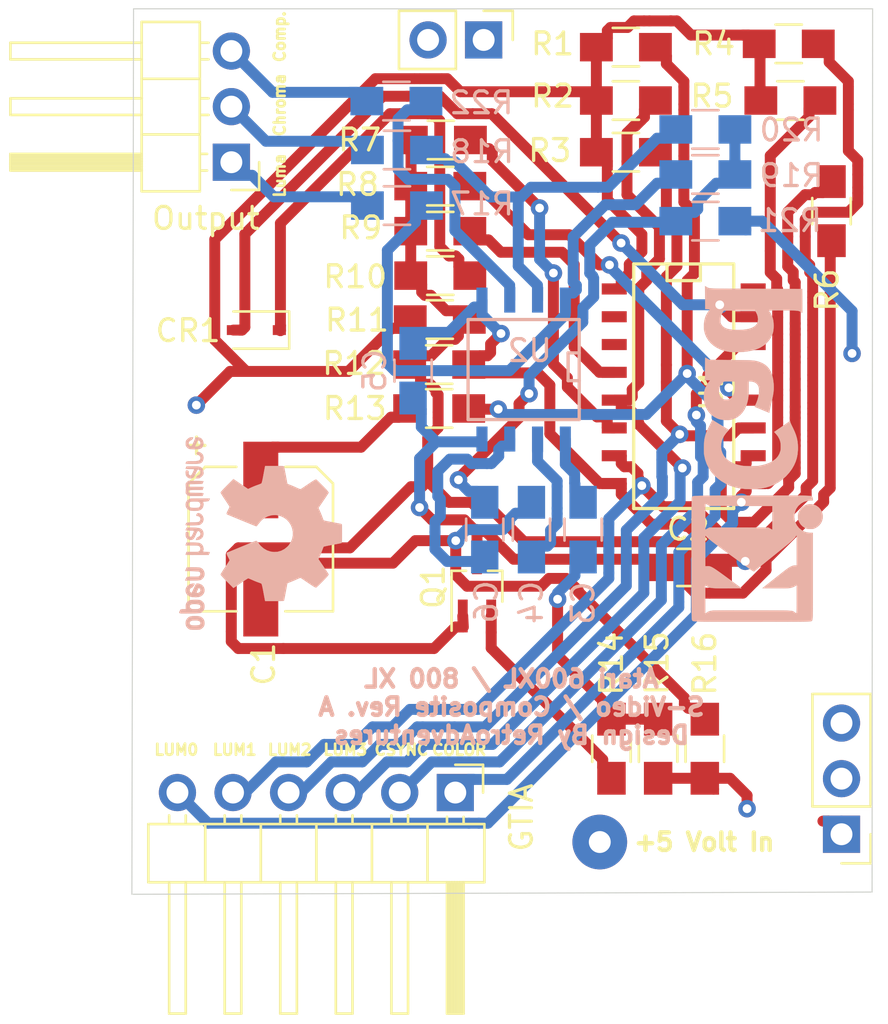
<source format=kicad_pcb>
(kicad_pcb (version 20171130) (host pcbnew "(5.1.4)-1")
  (layers (0 F.Cu signal) (1 In1.Cu power) (2 In2.Cu power) (31 B.Cu signal) (34 B.Paste user) (35 F.Paste user) (36 B.SilkS user hide) (37 F.SilkS user) (38 B.Mask user) (39 F.Mask user) (44 Edge.Cuts user))
  (net 0 "")
  (net 1 "Net-(C1-Pad2)")
  (net 2 "Net-(C1-Pad1)")
  (net 3 GND)
  (net 4 +5V)
  (net 5 "Net-(C3-Pad1)")
  (net 6 "Net-(C3-Pad2)")
  (net 7 "Net-(C4-Pad1)")
  (net 8 "Net-(C6-Pad1)")
  (net 9 "Net-(C6-Pad2)")
  (net 10 /LUM0)
  (net 11 /LUM1)
  (net 12 /LUM2)
  (net 13 /LUM3)
  (net 14 /CSYNC)
  (net 15 /COLOR)
  (net 16 /Composite)
  (net 17 /Chroma)
  (net 18 /Luma)
  (net 19 "Net-(CR1-Pad2)")
  (net 20 "Net-(CR1-Pad1)")
  (net 21 "Net-(Q1-Pad2)")
  (net 22 "Net-(Q1-Pad1)")
  (net 23 "Net-(R6-Pad2)")
  (net 24 "Net-(R7-Pad2)")
  (net 25 "Net-(R8-Pad2)")
  (net 26 "Net-(R9-Pad2)")
  (net 27 "Net-(R17-Pad2)")
  (net 28 "Net-(R18-Pad2)")
  (net 29 "Net-(R22-Pad2)")
  (module Wire_Pads:SolderWirePad_single_1mmDrill (layer F.Cu) (at 192.1 94.7166)
    (fp_text reference "5 Volt Input" hide)
    (fp_text value SolderWirePad_single_1mmDrill)
    (pad 1 thru_hole circle (at 0 0) (size 2.49936 2.49936) (drill 1.00076) (layers *.Cu *.Mask) (net 4 +5V))
  )
  (module Symbols:OSHW-Logo2_9.8x8mm_SilkScreen (layer B.Cu) (at 176.606 80.6196 90)
    (fp_text reference "OSHW Logo" hide)
    (fp_text value OSHW-Logo2_9.8x8mm_SilkScreen hide)
  )
  (module Symbols:KiCad-Logo_6mm_SilkScreen (layer B.Cu) (at 199.314 76.9874 90)
    (fp_text reference Logo hide)
    (fp_text value KiCad-Logo_6mm_SilkScreen hide)
  )
  (module Pin_Headers:Pin_Header_Angled_1x06_Pitch2.54mm (layer F.Cu) (at 185.496 92.456 270)
    (fp_text reference GTIA (at 1.143 -3.0226 90) (layer F.SilkS))
    (fp_text value "6x Header")
    (pad 1 thru_hole rect (at 0 0 270) (size 1.7 1.7) (drill 1) (layers *.Cu *.Mask) (net 15 /COLOR))
    (pad 2 thru_hole oval (at 0 2.54 270) (size 1.7 1.7) (drill 1) (layers *.Cu *.Mask) (net 14 /CSYNC))
    (pad 3 thru_hole oval (at 0 5.08 270) (size 1.7 1.7) (drill 1) (layers *.Cu *.Mask) (net 13 /LUM3))
    (pad 4 thru_hole oval (at 0 7.62 270) (size 1.7 1.7) (drill 1) (layers *.Cu *.Mask) (net 12 /LUM2))
    (pad 5 thru_hole oval (at 0 10.16 270) (size 1.7 1.7) (drill 1) (layers *.Cu *.Mask) (net 11 /LUM1))
    (pad 6 thru_hole oval (at 0 12.7 270) (size 1.7 1.7) (drill 1) (layers *.Cu *.Mask) (net 10 /LUM0))
  )
  (module Pin_Headers:Pin_Header_Angled_1x03_Pitch2.54mm (layer F.Cu) (at 175.26 63.6524 180)
    (fp_text reference Output (at 1.1684 -2.5654) (layer F.SilkS))
    (fp_text value "3x Header")
    (pad 1 thru_hole rect (at 0 0 180) (size 1.7 1.7) (drill 1) (layers *.Cu *.Mask) (net 18 /Luma))
    (pad 2 thru_hole oval (at 0 2.54 180) (size 1.7 1.7) (drill 1) (layers *.Cu *.Mask) (net 17 /Chroma))
    (pad 3 thru_hole oval (at 0 5.08 180) (size 1.7 1.7) (drill 1) (layers *.Cu *.Mask) (net 16 /Composite))
  )
  (module Pin_Headers:Pin_Header_Straight_1x03_Pitch2.54mm (layer F.Cu) (at 203.149 94.361 180)
    (fp_text reference Mount2 hide)
    (fp_text value Pin_Header_Straight_1x03_Pitch2.54mm hide)
    (pad 1 thru_hole rect (at 0 0 180) (size 1.7 1.7) (drill 1) (layers *.Cu *.Mask) (net 3 GND))
    (pad 2 thru_hole oval (at 0 2.54 180) (size 1.7 1.7) (drill 1) (layers *.Cu *.Mask) (net 3 GND))
    (pad 3 thru_hole oval (at 0 5.08 180) (size 1.7 1.7) (drill 1) (layers *.Cu *.Mask) (net 3 GND))
  )
  (module Pin_Headers:Pin_Header_Straight_1x02_Pitch2.54mm (layer F.Cu) (at 186.792 58.0644 270)
    (fp_text reference Mount3 hide)
    (fp_text value Pin_Header_Straight_1x02_Pitch2.54mm hide)
    (pad 2 thru_hole oval (at 0 2.54 270) (size 1.7 1.7) (drill 1) (layers *.Cu *.Mask) (net 3 GND))
    (pad 1 thru_hole rect (at 0 0 270) (size 1.7 1.7) (drill 1) (layers *.Cu *.Mask) (net 3 GND))
  )
  (module Capacitors_SMD:CP_Elec_6.3x5.3 (layer F.Cu) (at 176.606 80.8736 270)
    (fp_text reference C1 (at 5.715 -0.127 90) (layer F.SilkS))
    (fp_text value 22uF)
    (fp_text user + (at -4.28 3.01 90) (layer F.SilkS))
    (pad 2 smd rect (at 2.7 0 90) (size 3.5 1.6) (layers F.Cu F.Paste F.Mask) (net 1 "Net-(C1-Pad2)"))
    (pad 1 smd rect (at -2.7 0 90) (size 3.5 1.6) (layers F.Cu F.Paste F.Mask) (net 2 "Net-(C1-Pad1)"))
  )
  (module Capacitors_SMD:C_0805_HandSoldering (layer F.Cu) (at 196.139 82.169)
    (fp_text reference C2 (at 0 -1.75) (layer F.SilkS))
    (fp_text value 0.1uF)
    (pad 2 smd rect (at 1.25 0) (size 1.5 1.25) (layers F.Cu F.Paste F.Mask) (net 3 GND))
    (pad 1 smd rect (at -1.25 0) (size 1.5 1.25) (layers F.Cu F.Paste F.Mask) (net 4 +5V))
  )
  (module Capacitors_SMD:C_0805_HandSoldering (layer B.Cu) (at 191.338 80.4418 90)
    (fp_text reference C3 (at -3.3528 0 90) (layer B.SilkS) (effects (justify mirror)))
    (fp_text value 0.1uF)
    (pad 1 smd rect (at -1.25 0 90) (size 1.5 1.25) (layers B.Cu B.Paste B.Mask) (net 5 "Net-(C3-Pad1)"))
    (pad 2 smd rect (at 1.25 0 90) (size 1.5 1.25) (layers B.Cu B.Paste B.Mask) (net 6 "Net-(C3-Pad2)"))
  )
  (module Capacitors_SMD:C_0805_HandSoldering (layer B.Cu) (at 188.976 80.4418 90)
    (fp_text reference C4 (at -3.3274 0 90) (layer B.SilkS) (effects (justify mirror)))
    (fp_text value 0.1uF)
    (pad 2 smd rect (at 1.25 0 90) (size 1.5 1.25) (layers B.Cu B.Paste B.Mask) (net 1 "Net-(C1-Pad2)"))
    (pad 1 smd rect (at -1.25 0 90) (size 1.5 1.25) (layers B.Cu B.Paste B.Mask) (net 7 "Net-(C4-Pad1)"))
  )
  (module Capacitors_SMD:C_0805_HandSoldering (layer B.Cu) (at 183.566 73.1774 270)
    (fp_text reference C5 (at 0 1.75 90) (layer B.SilkS) (effects (justify mirror)))
    (fp_text value 0.1uF)
    (pad 2 smd rect (at 1.25 0 270) (size 1.5 1.25) (layers B.Cu B.Paste B.Mask) (net 4 +5V))
    (pad 1 smd rect (at -1.25 0 270) (size 1.5 1.25) (layers B.Cu B.Paste B.Mask) (net 3 GND))
  )
  (module Capacitors_SMD:C_0805_HandSoldering (layer B.Cu) (at 186.842 80.4418 90)
    (fp_text reference C6 (at -3.302 0.0762 90) (layer B.SilkS) (effects (justify mirror)))
    (fp_text value 0.1uF)
    (pad 1 smd rect (at -1.25 0 90) (size 1.5 1.25) (layers B.Cu B.Paste B.Mask) (net 8 "Net-(C6-Pad1)"))
    (pad 2 smd rect (at 1.25 0 90) (size 1.5 1.25) (layers B.Cu B.Paste B.Mask) (net 9 "Net-(C6-Pad2)"))
  )
  (module Diodes_SMD:D_SOD-323 (layer F.Cu) (at 176.403 71.3232 180)
    (fp_text reference CR1 (at 3.1242 -0.0254) (layer F.SilkS))
    (fp_text value 1N4148)
    (pad 2 smd rect (at 1.05 0 180) (size 0.6 0.45) (layers F.Cu F.Paste F.Mask) (net 19 "Net-(CR1-Pad2)"))
    (pad 1 smd rect (at -1.05 0 180) (size 0.6 0.45) (layers F.Cu F.Paste F.Mask) (net 20 "Net-(CR1-Pad1)"))
  )
  (module TO_SOT_Packages_SMD:SOT-323_SC-70_Handsoldering (layer F.Cu) (at 186.487 83.058 90)
    (fp_text reference Q1 (at 0 -2 90) (layer F.SilkS))
    (fp_text value BC847)
    (pad 3 smd rect (at 1.33 0) (size 0.45 1.5) (layers F.Cu F.Paste F.Mask) (net 4 +5V))
    (pad 2 smd rect (at -1.33 0.65) (size 0.45 1.5) (layers F.Cu F.Paste F.Mask) (net 21 "Net-(Q1-Pad2)"))
    (pad 1 smd rect (at -1.33 -0.65) (size 0.45 1.5) (layers F.Cu F.Paste F.Mask) (net 22 "Net-(Q1-Pad1)"))
  )
  (module Resistors_SMD:R_0805_HandSoldering (layer F.Cu) (at 193.294 58.3946)
    (fp_text reference R1 (at -3.3528 -0.1524) (layer F.SilkS))
    (fp_text value 1K hide)
    (pad 2 smd rect (at 1.35 0) (size 1.5 1.3) (layers F.Cu F.Paste F.Mask) (net 15 /COLOR))
    (pad 1 smd rect (at -1.35 0) (size 1.5 1.3) (layers F.Cu F.Paste F.Mask) (net 4 +5V))
  )
  (module Resistors_SMD:R_0805_HandSoldering (layer F.Cu) (at 193.294 60.833)
    (fp_text reference R2 (at -3.3528 -0.2032) (layer F.SilkS))
    (fp_text value 1K)
    (pad 1 smd rect (at -1.35 0) (size 1.5 1.3) (layers F.Cu F.Paste F.Mask) (net 4 +5V))
    (pad 2 smd rect (at 1.35 0) (size 1.5 1.3) (layers F.Cu F.Paste F.Mask) (net 13 /LUM3))
  )
  (module Resistors_SMD:R_0805_HandSoldering (layer F.Cu) (at 193.294 63.1952)
    (fp_text reference R3 (at -3.4798 -0.0762) (layer F.SilkS))
    (fp_text value 1K)
    (pad 2 smd rect (at 1.35 0) (size 1.5 1.3) (layers F.Cu F.Paste F.Mask) (net 12 /LUM2))
    (pad 1 smd rect (at -1.35 0) (size 1.5 1.3) (layers F.Cu F.Paste F.Mask) (net 4 +5V))
  )
  (module Resistors_SMD:R_0805_HandSoldering (layer F.Cu) (at 200.736 58.2422)
    (fp_text reference R4 (at -3.429 0) (layer F.SilkS))
    (fp_text value 1K)
    (pad 1 smd rect (at -1.35 0) (size 1.5 1.3) (layers F.Cu F.Paste F.Mask) (net 4 +5V))
    (pad 2 smd rect (at 1.35 0) (size 1.5 1.3) (layers F.Cu F.Paste F.Mask) (net 11 /LUM1))
  )
  (module Resistors_SMD:R_0805_HandSoldering (layer F.Cu) (at 200.812 60.833)
    (fp_text reference R5 (at -3.5814 -0.2032) (layer F.SilkS))
    (fp_text value 1K)
    (pad 2 smd rect (at 1.35 0) (size 1.5 1.3) (layers F.Cu F.Paste F.Mask) (net 10 /LUM0))
    (pad 1 smd rect (at -1.35 0) (size 1.5 1.3) (layers F.Cu F.Paste F.Mask) (net 4 +5V))
  )
  (module Resistors_SMD:R_0805_HandSoldering (layer F.Cu) (at 202.692 65.8876 90)
    (fp_text reference R6 (at -3.6068 -0.2032 90) (layer F.SilkS))
    (fp_text value 36K)
    (pad 1 smd rect (at -1.35 0 90) (size 1.5 1.3) (layers F.Cu F.Paste F.Mask) (net 22 "Net-(Q1-Pad1)"))
    (pad 2 smd rect (at 1.35 0 90) (size 1.5 1.3) (layers F.Cu F.Paste F.Mask) (net 23 "Net-(R6-Pad2)"))
  )
  (module Resistors_SMD:R_0805_HandSoldering (layer F.Cu) (at 184.836 62.6364)
    (fp_text reference R7 (at -3.7084 0) (layer F.SilkS))
    (fp_text value 18K)
    (pad 2 smd rect (at 1.35 0) (size 1.5 1.3) (layers F.Cu F.Paste F.Mask) (net 24 "Net-(R7-Pad2)"))
    (pad 1 smd rect (at -1.35 0) (size 1.5 1.3) (layers F.Cu F.Paste F.Mask) (net 22 "Net-(Q1-Pad1)"))
  )
  (module Resistors_SMD:R_0805_HandSoldering (layer F.Cu) (at 184.81 64.7446)
    (fp_text reference R8 (at -3.7846 -0.0762) (layer F.SilkS))
    (fp_text value 9K1)
    (pad 1 smd rect (at -1.35 0) (size 1.5 1.3) (layers F.Cu F.Paste F.Mask) (net 22 "Net-(Q1-Pad1)"))
    (pad 2 smd rect (at 1.35 0) (size 1.5 1.3) (layers F.Cu F.Paste F.Mask) (net 25 "Net-(R8-Pad2)"))
  )
  (module Resistors_SMD:R_0805_HandSoldering (layer F.Cu) (at 184.81 66.802)
    (fp_text reference R9 (at -3.6322 -0.1524) (layer F.SilkS))
    (fp_text value 4K7)
    (pad 2 smd rect (at 1.35 0) (size 1.5 1.3) (layers F.Cu F.Paste F.Mask) (net 26 "Net-(R9-Pad2)"))
    (pad 1 smd rect (at -1.35 0) (size 1.5 1.3) (layers F.Cu F.Paste F.Mask) (net 22 "Net-(Q1-Pad1)"))
  )
  (module Resistors_SMD:R_0805_HandSoldering (layer F.Cu) (at 184.81 68.834)
    (fp_text reference R10 (at -3.8862 0.0508) (layer F.SilkS))
    (fp_text value 750R)
    (pad 1 smd rect (at -1.35 0) (size 1.5 1.3) (layers F.Cu F.Paste F.Mask) (net 22 "Net-(Q1-Pad1)"))
    (pad 2 smd rect (at 1.35 0) (size 1.5 1.3) (layers F.Cu F.Paste F.Mask) (net 20 "Net-(CR1-Pad1)"))
  )
  (module Resistors_SMD:R_0805_HandSoldering (layer F.Cu) (at 184.785 70.8406)
    (fp_text reference R11 (at -3.7846 0.0254) (layer F.SilkS))
    (fp_text value 1K6)
    (pad 2 smd rect (at 1.35 0) (size 1.5 1.3) (layers F.Cu F.Paste F.Mask) (net 22 "Net-(Q1-Pad1)"))
    (pad 1 smd rect (at -1.35 0) (size 1.5 1.3) (layers F.Cu F.Paste F.Mask) (net 4 +5V))
  )
  (module Resistors_SMD:R_0805_HandSoldering (layer F.Cu) (at 184.76 72.898)
    (fp_text reference R12 (at -3.8862 -0.0508) (layer F.SilkS))
    (fp_text value 2K)
    (pad 2 smd rect (at 1.35 0) (size 1.5 1.3) (layers F.Cu F.Paste F.Mask) (net 3 GND))
    (pad 1 smd rect (at -1.35 0) (size 1.5 1.3) (layers F.Cu F.Paste F.Mask) (net 22 "Net-(Q1-Pad1)"))
  )
  (module Resistors_SMD:R_0805_HandSoldering (layer F.Cu) (at 184.76 74.9046)
    (fp_text reference R13 (at -3.8608 0) (layer F.SilkS))
    (fp_text value 1K)
    (pad 1 smd rect (at -1.35 0) (size 1.5 1.3) (layers F.Cu F.Paste F.Mask) (net 2 "Net-(C1-Pad1)"))
    (pad 2 smd rect (at 1.35 0) (size 1.5 1.3) (layers F.Cu F.Paste F.Mask) (net 15 /COLOR))
  )
  (module Resistors_SMD:R_0805_HandSoldering (layer F.Cu) (at 192.634 90.4532 270)
    (fp_text reference R14 (at -3.89 0 90) (layer F.SilkS))
    (fp_text value 330R)
    (pad 2 smd rect (at 1.35 0 270) (size 1.5 1.3) (layers F.Cu F.Paste F.Mask) (net 21 "Net-(Q1-Pad2)"))
    (pad 1 smd rect (at -1.35 0 270) (size 1.5 1.3) (layers F.Cu F.Paste F.Mask) (net 5 "Net-(C3-Pad1)"))
  )
  (module Resistors_SMD:R_0805_HandSoldering (layer F.Cu) (at 194.767 90.4532 90)
    (fp_text reference R15 (at 3.9116 -0.0508 90) (layer F.SilkS))
    (fp_text value 1K)
    (pad 2 smd rect (at 1.35 0 90) (size 1.5 1.3) (layers F.Cu F.Paste F.Mask) (net 5 "Net-(C3-Pad1)"))
    (pad 1 smd rect (at -1.35 0 90) (size 1.5 1.3) (layers F.Cu F.Paste F.Mask) (net 3 GND))
  )
  (module Resistors_SMD:R_0805_HandSoldering (layer F.Cu) (at 196.901 90.4532 270)
    (fp_text reference R16 (at -3.89 0 90) (layer F.SilkS))
    (fp_text value 1K)
    (pad 2 smd rect (at 1.35 0 270) (size 1.5 1.3) (layers F.Cu F.Paste F.Mask) (net 3 GND))
    (pad 1 smd rect (at -1.35 0 270) (size 1.5 1.3) (layers F.Cu F.Paste F.Mask) (net 1 "Net-(C1-Pad2)"))
  )
  (module Resistors_SMD:R_0805_HandSoldering (layer B.Cu) (at 182.829 65.6336)
    (fp_text reference R17 (at 3.8862 -0.0762) (layer B.SilkS) (effects (justify mirror)))
    (fp_text value 75R)
    (pad 1 smd rect (at -1.35 0) (size 1.5 1.3) (layers B.Cu B.Paste B.Mask) (net 18 /Luma))
    (pad 2 smd rect (at 1.35 0) (size 1.5 1.3) (layers B.Cu B.Paste B.Mask) (net 27 "Net-(R17-Pad2)"))
  )
  (module Resistors_SMD:R_0805_HandSoldering (layer B.Cu) (at 182.829 63.0936)
    (fp_text reference R18 (at 3.8862 0.0762) (layer B.SilkS) (effects (justify mirror)))
    (fp_text value 75R)
    (pad 2 smd rect (at 1.35 0) (size 1.5 1.3) (layers B.Cu B.Paste B.Mask) (net 28 "Net-(R18-Pad2)"))
    (pad 1 smd rect (at -1.35 0) (size 1.5 1.3) (layers B.Cu B.Paste B.Mask) (net 17 /Chroma))
  )
  (module Resistors_SMD:R_0805_HandSoldering (layer B.Cu) (at 196.926 64.2112)
    (fp_text reference R19 (at 3.937 0.0508) (layer B.SilkS) (effects (justify mirror)))
    (fp_text value 1K)
    (pad 1 smd rect (at -1.35 0) (size 1.5 1.3) (layers B.Cu B.Paste B.Mask) (net 27 "Net-(R17-Pad2)"))
    (pad 2 smd rect (at 1.35 0) (size 1.5 1.3) (layers B.Cu B.Paste B.Mask) (net 9 "Net-(C6-Pad2)"))
  )
  (module Resistors_SMD:R_0805_HandSoldering (layer B.Cu) (at 196.926 62.1538)
    (fp_text reference R20 (at 3.937 0.0254) (layer B.SilkS) (effects (justify mirror)))
    (fp_text value 3K3)
    (pad 1 smd rect (at -1.35 0) (size 1.5 1.3) (layers B.Cu B.Paste B.Mask) (net 28 "Net-(R18-Pad2)"))
    (pad 2 smd rect (at 1.35 0) (size 1.5 1.3) (layers B.Cu B.Paste B.Mask) (net 9 "Net-(C6-Pad2)"))
  )
  (module Resistors_SMD:R_0805_HandSoldering (layer B.Cu) (at 196.926 66.3448)
    (fp_text reference R21 (at 3.8608 -0.0254) (layer B.SilkS) (effects (justify mirror)))
    (fp_text value 2K2)
    (pad 1 smd rect (at -1.35 0) (size 1.5 1.3) (layers B.Cu B.Paste B.Mask) (net 9 "Net-(C6-Pad2)"))
    (pad 2 smd rect (at 1.35 0) (size 1.5 1.3) (layers B.Cu B.Paste B.Mask) (net 3 GND))
  )
  (module Resistors_SMD:R_0805_HandSoldering (layer B.Cu) (at 182.804 60.8584)
    (fp_text reference R22 (at 3.8862 0.0762) (layer B.SilkS) (effects (justify mirror)))
    (fp_text value 75R)
    (pad 1 smd rect (at -1.35 0) (size 1.5 1.3) (layers B.Cu B.Paste B.Mask) (net 16 /Composite))
    (pad 2 smd rect (at 1.35 0) (size 1.5 1.3) (layers B.Cu B.Paste B.Mask) (net 29 "Net-(R22-Pad2)"))
  )
  (module SMD_Packages:SO-16-N (layer F.Cu) (at 195.936 73.8886 270)
    (fp_text reference U1 (at 0.127 -1.27 90) (layer F.SilkS))
    (fp_text value 4050)
    (pad 15 smd rect (at -3.175 -3.175 270) (size 0.508 1.143) (layers F.Cu F.Paste F.Mask) (net 19 "Net-(CR1-Pad2)"))
    (pad 1 smd rect (at -4.445 3.175 270) (size 0.508 1.143) (layers F.Cu F.Paste F.Mask) (net 4 +5V))
    (pad 2 smd rect (at -3.175 3.175 270) (size 0.508 1.143) (layers F.Cu F.Paste F.Mask))
    (pad 3 smd rect (at -1.905 3.175 270) (size 0.508 1.143) (layers F.Cu F.Paste F.Mask))
    (pad 4 smd rect (at -0.635 3.175 270) (size 0.508 1.143) (layers F.Cu F.Paste F.Mask) (net 26 "Net-(R9-Pad2)"))
    (pad 5 smd rect (at 0.635 3.175 270) (size 0.508 1.143) (layers F.Cu F.Paste F.Mask) (net 13 /LUM3))
    (pad 6 smd rect (at 1.905 3.175 270) (size 0.508 1.143) (layers F.Cu F.Paste F.Mask) (net 24 "Net-(R7-Pad2)"))
    (pad 7 smd rect (at 3.175 3.175 270) (size 0.508 1.143) (layers F.Cu F.Paste F.Mask) (net 11 /LUM1))
    (pad 8 smd rect (at 4.445 3.175 270) (size 0.508 1.143) (layers F.Cu F.Paste F.Mask) (net 3 GND))
    (pad 9 smd rect (at 4.445 -3.175 270) (size 0.508 1.143) (layers F.Cu F.Paste F.Mask) (net 10 /LUM0))
    (pad 10 smd rect (at 3.175 -3.175 270) (size 0.508 1.143) (layers F.Cu F.Paste F.Mask) (net 23 "Net-(R6-Pad2)"))
    (pad 11 smd rect (at 1.905 -3.175 270) (size 0.508 1.143) (layers F.Cu F.Paste F.Mask) (net 12 /LUM2))
    (pad 12 smd rect (at 0.635 -3.175 270) (size 0.508 1.143) (layers F.Cu F.Paste F.Mask) (net 25 "Net-(R8-Pad2)"))
    (pad 13 smd rect (at -0.635 -3.175 270) (size 0.508 1.143) (layers F.Cu F.Paste F.Mask))
    (pad 14 smd rect (at -1.905 -3.175 270) (size 0.508 1.143) (layers F.Cu F.Paste F.Mask) (net 14 /CSYNC))
    (pad 16 smd rect (at -4.445 -3.175 270) (size 0.508 1.143) (layers F.Cu F.Paste F.Mask))
  )
  (module SMD_Packages:SOIC-8-N (layer B.Cu) (at 188.62 73.1266 180)
    (fp_text reference U2 (at -0.279201 0.8669) (layer B.SilkS) (effects (justify mirror)))
    (fp_text value THS7314D)
    (pad 1 smd rect (at -1.905 -3.175 180) (size 0.508 1.143) (layers B.Cu B.Paste B.Mask) (net 6 "Net-(C3-Pad2)"))
    (pad 2 smd rect (at -0.635 -3.175 180) (size 0.508 1.143) (layers B.Cu B.Paste B.Mask) (net 7 "Net-(C4-Pad1)"))
    (pad 3 smd rect (at 0.635 -3.175 180) (size 0.508 1.143) (layers B.Cu B.Paste B.Mask) (net 8 "Net-(C6-Pad1)"))
    (pad 4 smd rect (at 1.905 -3.175 180) (size 0.508 1.143) (layers B.Cu B.Paste B.Mask) (net 4 +5V))
    (pad 5 smd rect (at 1.905 3.175 180) (size 0.508 1.143) (layers B.Cu B.Paste B.Mask) (net 3 GND))
    (pad 6 smd rect (at 0.635 3.175 180) (size 0.508 1.143) (layers B.Cu B.Paste B.Mask) (net 29 "Net-(R22-Pad2)"))
    (pad 7 smd rect (at -0.635 3.175 180) (size 0.508 1.143) (layers B.Cu B.Paste B.Mask) (net 28 "Net-(R18-Pad2)"))
    (pad 8 smd rect (at -1.905 3.175 180) (size 0.508 1.143) (layers B.Cu B.Paste B.Mask) (net 27 "Net-(R17-Pad2)"))
  )
  (gr_text "+5 Volt In" (at 196.8754 94.7166) (layer F.SilkS) (effects (font (size 0.8 0.8) (thickness 0.2))))
  (gr_text "Atari 600XL / 800 XL\nS-Video / Composite Rev. A\nDesign By RetroAdventures" (at 188.0616 88.5444) (layer B.SilkS) (effects (font (size 0.8 0.8) (thickness 0.2)) (justify mirror)))
  (gr_text Comp. (at 177.4698 57.912 90) (layer F.SilkS) (effects (font (size 0.5 0.5) (thickness 0.125))))
  (gr_text Chroma (at 177.4698 61.0362 90) (layer F.SilkS) (effects (font (size 0.5 0.5) (thickness 0.125))))
  (gr_text Luma (at 177.4698 64.262 90) (layer F.SilkS) (effects (font (size 0.5 0.5) (thickness 0.125))))
  (gr_text COLOR (at 185.674 90.5002) (layer F.SilkS) (effects (font (size 0.5 0.5) (thickness 0.125))))
  (gr_text CSYNC (at 183.0324 90.5002) (layer F.SilkS) (effects (font (size 0.5 0.5) (thickness 0.125))))
  (gr_text LUM3 (at 180.467 90.5002) (layer F.SilkS) (effects (font (size 0.5 0.5) (thickness 0.125))))
  (gr_text LUM2 (at 177.927 90.5002) (layer F.SilkS) (effects (font (size 0.5 0.5) (thickness 0.125))))
  (gr_text LUM1 (at 175.4124 90.5002) (layer F.SilkS) (effects (font (size 0.5 0.5) (thickness 0.125))))
  (gr_text LUM0 (at 172.7454 90.5002) (layer F.SilkS) (effects (font (size 0.5 0.5) (thickness 0.125))))
  (gr_line (start 170.7134 97.1042) (end 204.5462 97.0026) (layer Edge.Cuts) (width 0.05))
  (gr_line (start 170.7896 56.642) (end 204.5716 56.642) (layer Edge.Cuts) (width 0.05))
  (gr_line (start 170.7896 56.642) (end 170.7134 97.1042) (layer Edge.Cuts) (width 0.05))
  (gr_line (start 204.5462 97.0026) (end 204.5716 56.642) (layer Edge.Cuts) (width 0.05))
  (segment (start 196.901 89.1032) (end 196.501 88.6032) (width 0.5) (layer F.Cu) (net 1))
  (segment (start 196.501 88.6032) (end 196.251 88.6032) (width 0.5) (layer F.Cu) (net 1))
  (segment (start 196.251 88.6032) (end 196.1474 88.6032) (width 0.5) (layer F.Cu) (net 1))
  (segment (start 196.1474 88.6032) (end 196.001 88.4568) (width 0.5) (layer F.Cu) (net 1))
  (segment (start 196.001 88.4568) (end 195.9671 88.4229) (width 0.5) (layer F.Cu) (net 1))
  (segment (start 195.9671 88.4229) (end 195.9671 88.1253) (width 0.5) (layer F.Cu) (net 1))
  (segment (start 195.9671 88.1253) (end 191.1219 83.2801) (width 0.5) (layer F.Cu) (net 1))
  (segment (start 191.1219 83.2801) (end 191.1219 83.2272) (width 0.5) (layer F.Cu) (net 1))
  (segment (start 191.1219 83.2272) (end 190.5653 82.6706) (width 0.5) (layer F.Cu) (net 1))
  (segment (start 190.5653 82.6706) (end 189.7783 82.6706) (width 0.5) (layer F.Cu) (net 1))
  (segment (start 189.7783 82.6706) (end 189.4208 83.0281) (width 0.5) (layer F.Cu) (net 1))
  (segment (start 189.4208 83.0281) (end 186.4899 83.0281) (width 0.5) (layer F.Cu) (net 1))
  (segment (start 186.4899 83.0281) (end 186.0341 83.0281) (width 0.5) (layer F.Cu) (net 1))
  (segment (start 186.0341 83.0281) (end 185.7119 82.7059) (width 0.5) (layer F.Cu) (net 1))
  (segment (start 185.7119 82.7059) (end 185.5169 82.5109) (width 0.5) (layer F.Cu) (net 1))
  (segment (start 185.5169 82.5109) (end 185.5169 80.9452) (width 0.5) (layer F.Cu) (net 1))
  (segment (start 188.976 79.1918) (end 188.601 79.6918) (width 0.5) (layer B.Cu) (net 1))
  (segment (start 188.601 79.6918) (end 188.351 79.6918) (width 0.5) (layer B.Cu) (net 1))
  (segment (start 188.351 79.6918) (end 188.2474 79.6918) (width 0.5) (layer B.Cu) (net 1))
  (segment (start 188.2474 79.6918) (end 188.101 79.8382) (width 0.5) (layer B.Cu) (net 1))
  (segment (start 188.101 79.8382) (end 187.967 79.9722) (width 0.5) (layer B.Cu) (net 1))
  (segment (start 187.967 79.9722) (end 187.967 80.1489) (width 0.5) (layer B.Cu) (net 1))
  (segment (start 187.967 80.1489) (end 187.6741 80.4418) (width 0.5) (layer B.Cu) (net 1))
  (segment (start 187.6741 80.4418) (end 186.0099 80.4418) (width 0.5) (layer B.Cu) (net 1))
  (segment (start 186.0099 80.4418) (end 185.717 80.7347) (width 0.5) (layer B.Cu) (net 1))
  (segment (start 185.717 80.7347) (end 185.5169 80.9348) (width 0.5) (layer B.Cu) (net 1))
  (segment (start 185.5169 80.9348) (end 185.5169 80.9452) (width 0.5) (layer B.Cu) (net 1))
  (via (at 185.5169 80.9452) (size 0.8) (layers F.Cu B.Cu) (net 1))
  (segment (start 176.606 83.5736) (end 177.156 82.0736) (width 0.5) (layer F.Cu) (net 1))
  (segment (start 177.63989 81.97351) (end 182.64369 81.97351) (width 0.5) (layer F.Cu) (net 1))
  (segment (start 176.606 83.5736) (end 176.606 83.0074) (width 0.5) (layer F.Cu) (net 1))
  (segment (start 176.606 83.0074) (end 177.63989 81.97351) (width 0.5) (layer F.Cu) (net 1))
  (segment (start 183.672 80.9452) (end 185.5169 80.9452) (width 0.5) (layer F.Cu) (net 1))
  (segment (start 182.64369 81.97351) (end 183.672 80.9452) (width 0.5) (layer F.Cu) (net 1))
  (segment (start 183.41 74.9046) (end 182.91 75.3046) (width 0.5) (layer F.Cu) (net 2))
  (segment (start 182.91 75.3046) (end 182.66 75.3046) (width 0.5) (layer F.Cu) (net 2))
  (segment (start 182.66 75.3046) (end 182.5564 75.3046) (width 0.5) (layer F.Cu) (net 2))
  (segment (start 182.5564 75.3046) (end 181.1874 76.6736) (width 0.5) (layer F.Cu) (net 2))
  (segment (start 181.1874 76.6736) (end 177.406 76.6736) (width 0.5) (layer F.Cu) (net 2))
  (segment (start 177.406 76.6736) (end 177.156 76.6736) (width 0.5) (layer F.Cu) (net 2))
  (segment (start 177.156 76.6736) (end 176.606 78.1736) (width 0.5) (layer F.Cu) (net 2))
  (segment (start 186.11 72.898) (end 186.61 72.498) (width 0.5) (layer F.Cu) (net 3))
  (segment (start 186.61 72.498) (end 186.86 72.498) (width 0.5) (layer F.Cu) (net 3))
  (segment (start 186.86 72.498) (end 186.9636 72.498) (width 0.5) (layer F.Cu) (net 3))
  (segment (start 186.9636 72.498) (end 187.11 72.3516) (width 0.5) (layer F.Cu) (net 3))
  (segment (start 187.11 72.3516) (end 187.11 71.958) (width 0.5) (layer F.Cu) (net 3))
  (segment (start 187.11 71.958) (end 187.5851 71.4829) (width 0.5) (layer F.Cu) (net 3))
  (segment (start 198.7507 81.8872) (end 198.7507 81.8872) (width 0.5) (layer F.Cu) (net 3))
  (segment (start 198.139 81.8872) (end 197.889 81.8872) (width 0.5) (layer F.Cu) (net 3))
  (segment (start 197.889 81.8872) (end 197.389 82.169) (width 0.5) (layer F.Cu) (net 3))
  (segment (start 186.11 72.898) (end 186.61 73.2798) (width 0.5) (layer F.Cu) (net 3))
  (segment (start 186.61 73.2798) (end 186.86 73.2798) (width 0.5) (layer F.Cu) (net 3))
  (segment (start 186.86 73.2798) (end 189.2613 73.2798) (width 0.5) (layer F.Cu) (net 3))
  (segment (start 189.2613 73.2798) (end 189.8179 73.8364) (width 0.5) (layer F.Cu) (net 3))
  (segment (start 189.8179 73.8364) (end 189.8179 76.0623) (width 0.5) (layer F.Cu) (net 3))
  (segment (start 189.8179 76.0623) (end 191.939 78.1834) (width 0.5) (layer F.Cu) (net 3))
  (segment (start 191.939 78.1834) (end 192.0857 78.3301) (width 0.5) (layer F.Cu) (net 3))
  (segment (start 192.0857 78.3301) (end 192.0892 78.3336) (width 0.5) (layer F.Cu) (net 3))
  (segment (start 192.0892 78.3336) (end 192.1895 78.3336) (width 0.5) (layer F.Cu) (net 3))
  (segment (start 192.1895 78.3336) (end 192.761 78.3336) (width 0.5) (layer F.Cu) (net 3))
  (segment (start 192.761 78.3336) (end 193.0825 78.3376) (width 0.5) (layer F.Cu) (net 3))
  (segment (start 193.0825 78.3376) (end 193.0825 78.5876) (width 0.5) (layer F.Cu) (net 3))
  (segment (start 193.0825 78.5876) (end 193.0825 78.819) (width 0.5) (layer F.Cu) (net 3))
  (segment (start 193.0825 78.819) (end 193.6328 79.3693) (width 0.5) (layer F.Cu) (net 3))
  (segment (start 193.6328 79.3693) (end 194.4573 80.1938) (width 0.5) (layer F.Cu) (net 3))
  (segment (start 194.4573 80.1938) (end 195.9483 80.1938) (width 0.5) (layer F.Cu) (net 3))
  (segment (start 195.9483 80.1938) (end 196.0485 80.294) (width 0.5) (layer F.Cu) (net 3))
  (segment (start 196.0485 80.294) (end 196.1568 80.294) (width 0.5) (layer F.Cu) (net 3))
  (segment (start 196.1568 80.294) (end 196.889 81.0262) (width 0.5) (layer F.Cu) (net 3))
  (segment (start 196.889 81.0262) (end 196.889 81.544) (width 0.5) (layer F.Cu) (net 3))
  (segment (start 196.889 81.544) (end 196.889 81.794) (width 0.5) (layer F.Cu) (net 3))
  (segment (start 196.889 81.794) (end 197.389 82.169) (width 0.5) (layer F.Cu) (net 3))
  (segment (start 194.767 91.8032) (end 195.167 91.8032) (width 0.5) (layer F.Cu) (net 3))
  (segment (start 195.167 91.8032) (end 195.417 91.8032) (width 0.5) (layer F.Cu) (net 3))
  (segment (start 195.417 91.8032) (end 196.251 91.8032) (width 0.5) (layer F.Cu) (net 3))
  (segment (start 196.251 91.8032) (end 196.501 91.8032) (width 0.5) (layer F.Cu) (net 3))
  (segment (start 196.501 91.8032) (end 196.901 91.8032) (width 0.5) (layer F.Cu) (net 3))
  (segment (start 196.901 91.8032) (end 197.301 92.3032) (width 0.5) (layer F.Cu) (net 3))
  (segment (start 202.299 93.761) (end 202.549 93.761) (width 0.5) (layer F.Cu) (net 3))
  (segment (start 202.549 93.761) (end 203.149 94.361) (width 0.5) (layer F.Cu) (net 3))
  (segment (start 187.5851 71.4829) (end 187.5745 71.4829) (width 0.5) (layer B.Cu) (net 3))
  (segment (start 187.5745 71.4829) (end 186.8652 70.7736) (width 0.5) (layer B.Cu) (net 3))
  (segment (start 186.8652 70.7736) (end 186.7185 70.6269) (width 0.5) (layer B.Cu) (net 3))
  (segment (start 186.7185 70.6269) (end 186.715 70.6234) (width 0.5) (layer B.Cu) (net 3))
  (segment (start 186.715 70.6234) (end 186.715 70.5231) (width 0.5) (layer B.Cu) (net 3))
  (segment (start 186.715 70.5231) (end 186.715 69.9516) (width 0.5) (layer B.Cu) (net 3))
  (segment (start 186.715 69.9516) (end 186.711 70.2731) (width 0.5) (layer B.Cu) (net 3))
  (segment (start 186.711 70.2731) (end 186.461 70.2731) (width 0.5) (layer B.Cu) (net 3))
  (segment (start 186.461 70.2731) (end 186.3574 70.2731) (width 0.5) (layer B.Cu) (net 3))
  (segment (start 186.3574 70.2731) (end 185.2031 71.4274) (width 0.5) (layer B.Cu) (net 3))
  (segment (start 185.2031 71.4274) (end 184.191 71.4274) (width 0.5) (layer B.Cu) (net 3))
  (segment (start 184.191 71.4274) (end 183.941 71.4274) (width 0.5) (layer B.Cu) (net 3))
  (segment (start 183.941 71.4274) (end 183.566 71.9274) (width 0.5) (layer B.Cu) (net 3))
  (segment (start 186.192 58.0644) (end 186.792 58.0644) (width 0.5) (layer B.Cu) (net 3))
  (segment (start 203.149 93.761) (end 203.149 94.361) (width 0.5) (layer B.Cu) (net 3))
  (segment (start 186.792 58.0644) (end 187.392 58.6644) (width 0.5) (layer B.Cu) (net 3))
  (segment (start 198.276 66.3448) (end 198.776 66.7448) (width 0.5) (layer B.Cu) (net 3))
  (via (at 187.5851 71.4829) (size 0.8) (layers F.Cu B.Cu) (net 3))
  (segment (start 198.051 91.8032) (end 198.8312 92.5834) (width 0.5) (layer F.Cu) (net 3))
  (segment (start 196.901 91.8032) (end 198.051 91.8032) (width 0.5) (layer F.Cu) (net 3))
  (segment (start 198.8312 92.5834) (end 198.8312 93.1926) (width 0.5) (layer F.Cu) (net 3))
  (segment (start 198.8312 93.1926) (end 198.8312 93.1926) (width 0.5) (layer F.Cu) (net 3))
  (via (at 198.8312 93.1926) (size 0.8) (drill 0.4) (layers F.Cu B.Cu) (net 3))
  (segment (start 198.7507 81.8872) (end 198.139 81.8872) (width 0.5) (layer F.Cu) (net 3))
  (via (at 198.7507 81.8872) (size 0.8) (drill 0.4) (layers F.Cu B.Cu) (net 3))
  (segment (start 199.526 66.3448) (end 203.6318 70.4506) (width 0.5) (layer B.Cu) (net 3))
  (segment (start 198.276 66.3448) (end 199.526 66.3448) (width 0.5) (layer B.Cu) (net 3))
  (segment (start 203.6318 70.4506) (end 203.6318 72.39) (width 0.5) (layer B.Cu) (net 3))
  (segment (start 203.6318 72.39) (end 203.6318 72.39) (width 0.5) (layer B.Cu) (net 3))
  (via (at 203.6318 72.39) (size 0.8) (drill 0.4) (layers F.Cu B.Cu) (net 3))
  (segment (start 194.889 82.169) (end 194.389 81.794) (width 0.5) (layer F.Cu) (net 4))
  (segment (start 194.389 81.794) (end 194.139 81.794) (width 0.5) (layer F.Cu) (net 4))
  (segment (start 194.139 81.794) (end 188.1645 81.794) (width 0.5) (layer F.Cu) (net 4))
  (segment (start 188.1645 81.794) (end 186.8984 80.5279) (width 0.5) (layer F.Cu) (net 4))
  (segment (start 186.8984 80.5279) (end 186.6734 80.5279) (width 0.5) (layer F.Cu) (net 4))
  (segment (start 186.6734 80.5279) (end 186.5691 80.5279) (width 0.5) (layer F.Cu) (net 4))
  (segment (start 192.761 69.4436) (end 193.0825 69.4396) (width 0.5) (layer F.Cu) (net 4))
  (segment (start 193.0825 69.4396) (end 193.0825 69.1896) (width 0.5) (layer F.Cu) (net 4))
  (segment (start 193.0825 69.1896) (end 193.0825 69.0855) (width 0.5) (layer F.Cu) (net 4))
  (segment (start 193.0825 69.0855) (end 193.449 68.719) (width 0.5) (layer F.Cu) (net 4))
  (segment (start 193.449 68.719) (end 193.449 68.3154) (width 0.5) (layer F.Cu) (net 4))
  (segment (start 193.449 68.3154) (end 194.0259 67.7385) (width 0.5) (layer F.Cu) (net 4))
  (segment (start 194.0259 67.7385) (end 194.0259 66.9515) (width 0.5) (layer F.Cu) (net 4))
  (segment (start 194.0259 66.9515) (end 192.444 65.3696) (width 0.5) (layer F.Cu) (net 4))
  (segment (start 192.444 65.3696) (end 192.444 63.8452) (width 0.5) (layer F.Cu) (net 4))
  (segment (start 192.444 63.8452) (end 192.444 63.5952) (width 0.5) (layer F.Cu) (net 4))
  (segment (start 192.444 63.5952) (end 191.944 63.1952) (width 0.5) (layer F.Cu) (net 4))
  (segment (start 183.8634 79.4308) (end 184.4277 79.9951) (width 0.5) (layer F.Cu) (net 4))
  (segment (start 184.4277 79.9951) (end 185.9104 79.9951) (width 0.5) (layer F.Cu) (net 4))
  (segment (start 185.9104 79.9951) (end 186.3579 80.4426) (width 0.5) (layer F.Cu) (net 4))
  (segment (start 186.3579 80.4426) (end 186.4838 80.4426) (width 0.5) (layer F.Cu) (net 4))
  (segment (start 186.4838 80.4426) (end 186.5691 80.5279) (width 0.5) (layer F.Cu) (net 4))
  (segment (start 199.462 60.833) (end 199.424 60.433) (width 0.5) (layer F.Cu) (net 4))
  (segment (start 199.424 60.433) (end 199.424 60.183) (width 0.5) (layer F.Cu) (net 4))
  (segment (start 199.424 60.183) (end 199.424 58.8922) (width 0.5) (layer F.Cu) (net 4))
  (segment (start 199.424 58.8922) (end 199.424 58.6422) (width 0.5) (layer F.Cu) (net 4))
  (segment (start 199.424 58.6422) (end 199.386 58.2422) (width 0.5) (layer F.Cu) (net 4))
  (segment (start 199.386 58.2422) (end 198.886 57.8422) (width 0.5) (layer F.Cu) (net 4))
  (segment (start 198.886 57.8422) (end 198.636 57.8422) (width 0.5) (layer F.Cu) (net 4))
  (segment (start 198.636 57.8422) (end 196.2696 57.8422) (width 0.5) (layer F.Cu) (net 4))
  (segment (start 196.2696 57.8422) (end 195.6219 57.1945) (width 0.5) (layer F.Cu) (net 4))
  (segment (start 195.6219 57.1945) (end 195.3719 57.1945) (width 0.5) (layer F.Cu) (net 4))
  (segment (start 195.3719 57.1945) (end 195.3259 57.1945) (width 0.5) (layer F.Cu) (net 4))
  (segment (start 195.3259 57.1945) (end 194.3719 57.1945) (width 0.5) (layer F.Cu) (net 4))
  (segment (start 194.3719 57.1945) (end 194.1219 57.1945) (width 0.5) (layer F.Cu) (net 4))
  (segment (start 194.1219 57.1945) (end 193.6661 57.1945) (width 0.5) (layer F.Cu) (net 4))
  (segment (start 193.6661 57.1945) (end 193.366 57.4946) (width 0.5) (layer F.Cu) (net 4))
  (segment (start 193.366 57.4946) (end 192.5904 57.4946) (width 0.5) (layer F.Cu) (net 4))
  (segment (start 192.5904 57.4946) (end 192.444 57.641) (width 0.5) (layer F.Cu) (net 4))
  (segment (start 192.444 57.641) (end 192.444 57.7446) (width 0.5) (layer F.Cu) (net 4))
  (segment (start 192.444 57.7446) (end 192.444 57.9946) (width 0.5) (layer F.Cu) (net 4))
  (segment (start 192.444 57.9946) (end 191.944 58.3946) (width 0.5) (layer F.Cu) (net 4))
  (segment (start 191.944 58.3946) (end 191.944 58.7946) (width 0.5) (layer F.Cu) (net 4))
  (segment (start 191.944 58.7946) (end 191.944 59.0446) (width 0.5) (layer F.Cu) (net 4))
  (segment (start 191.944 59.0446) (end 191.944 60.183) (width 0.5) (layer F.Cu) (net 4))
  (segment (start 191.944 60.183) (end 191.944 60.433) (width 0.5) (layer F.Cu) (net 4))
  (segment (start 191.944 60.433) (end 191.944 60.833) (width 0.5) (layer F.Cu) (net 4))
  (segment (start 191.944 60.833) (end 191.944 61.233) (width 0.5) (layer F.Cu) (net 4))
  (segment (start 191.944 61.233) (end 191.944 61.483) (width 0.5) (layer F.Cu) (net 4))
  (segment (start 191.944 61.483) (end 191.944 62.5452) (width 0.5) (layer F.Cu) (net 4))
  (segment (start 191.944 62.5452) (end 191.944 62.7952) (width 0.5) (layer F.Cu) (net 4))
  (segment (start 191.944 62.7952) (end 191.944 63.1952) (width 0.5) (layer F.Cu) (net 4))
  (segment (start 191.944 60.833) (end 191.444 60.433) (width 0.5) (layer F.Cu) (net 4))
  (segment (start 191.444 60.433) (end 191.194 60.433) (width 0.5) (layer F.Cu) (net 4))
  (segment (start 191.194 60.433) (end 185.7236 60.433) (width 0.5) (layer F.Cu) (net 4))
  (segment (start 185.7236 60.433) (end 185.1267 59.8361) (width 0.5) (layer F.Cu) (net 4))
  (segment (start 185.1267 59.8361) (end 184.8767 59.8361) (width 0.5) (layer F.Cu) (net 4))
  (segment (start 184.8767 59.8361) (end 183.8767 59.8361) (width 0.5) (layer F.Cu) (net 4))
  (segment (start 183.8767 59.8361) (end 183.6267 59.8361) (width 0.5) (layer F.Cu) (net 4))
  (segment (start 183.6267 59.8361) (end 181.8453 59.8361) (width 0.5) (layer F.Cu) (net 4))
  (segment (start 181.8453 59.8361) (end 180.5857 61.0957) (width 0.5) (layer F.Cu) (net 4))
  (segment (start 180.5857 61.0957) (end 174.5029 67.1785) (width 0.5) (layer F.Cu) (net 4))
  (segment (start 174.5029 67.1785) (end 174.5029 71.3203) (width 0.5) (layer F.Cu) (net 4))
  (segment (start 174.5029 71.3203) (end 174.5029 71.7761) (width 0.5) (layer F.Cu) (net 4))
  (segment (start 174.5029 71.7761) (end 174.8251 72.0983) (width 0.5) (layer F.Cu) (net 4))
  (segment (start 174.8251 72.0983) (end 175.9388 73.212) (width 0.5) (layer F.Cu) (net 4))
  (segment (start 175.9388 73.212) (end 176.0092 73.212) (width 0.5) (layer F.Cu) (net 4))
  (segment (start 183.435 70.8406) (end 182.935 71.2406) (width 0.5) (layer F.Cu) (net 4))
  (segment (start 182.935 71.2406) (end 182.685 71.2406) (width 0.5) (layer F.Cu) (net 4))
  (segment (start 182.685 71.2406) (end 182.5814 71.2406) (width 0.5) (layer F.Cu) (net 4))
  (segment (start 182.5814 71.2406) (end 180.61 73.212) (width 0.5) (layer F.Cu) (net 4))
  (segment (start 180.61 73.212) (end 176.0092 73.212) (width 0.5) (layer F.Cu) (net 4))
  (segment (start 186.487 81.728) (end 186.487 80.978) (width 0.5) (layer F.Cu) (net 4))
  (segment (start 186.487 80.978) (end 186.487 80.61) (width 0.5) (layer F.Cu) (net 4))
  (segment (start 186.487 80.61) (end 186.5691 80.5279) (width 0.5) (layer F.Cu) (net 4))
  (segment (start 186.715 76.3016) (end 186.711 76.4298) (width 0.5) (layer B.Cu) (net 4))
  (segment (start 186.711 76.4298) (end 186.461 76.4298) (width 0.5) (layer B.Cu) (net 4))
  (segment (start 186.461 76.4298) (end 184.625 76.4298) (width 0.5) (layer B.Cu) (net 4))
  (segment (start 184.625 76.4298) (end 183.8634 77.1914) (width 0.5) (layer B.Cu) (net 4))
  (segment (start 183.8634 77.1914) (end 183.8634 79.4308) (width 0.5) (layer B.Cu) (net 4))
  (segment (start 183.566 74.4274) (end 183.941 74.9274) (width 0.5) (layer B.Cu) (net 4))
  (segment (start 183.941 74.9274) (end 183.941 75.1774) (width 0.5) (layer B.Cu) (net 4))
  (segment (start 183.941 75.1774) (end 183.941 75.7458) (width 0.5) (layer B.Cu) (net 4))
  (segment (start 183.941 75.7458) (end 184.625 76.4298) (width 0.5) (layer B.Cu) (net 4))
  (via (at 183.8634 79.4308) (size 0.8) (layers F.Cu B.Cu) (net 4))
  (segment (start 175.9388 73.212) (end 175.2 73.212) (width 0.5) (layer F.Cu) (net 4))
  (segment (start 175.2 73.212) (end 173.6598 74.7522) (width 0.5) (layer F.Cu) (net 4))
  (segment (start 173.6598 74.7522) (end 173.6598 74.7522) (width 0.5) (layer F.Cu) (net 4))
  (via (at 173.6598 74.7522) (size 0.8) (drill 0.4) (layers F.Cu B.Cu) (net 4))
  (segment (start 194.767 89.1032) (end 194.367 89.1032) (width 0.5) (layer F.Cu) (net 5))
  (segment (start 194.367 89.1032) (end 194.117 89.1032) (width 0.5) (layer F.Cu) (net 5))
  (segment (start 194.117 89.1032) (end 193.284 89.1032) (width 0.5) (layer F.Cu) (net 5))
  (segment (start 193.284 89.1032) (end 193.034 89.1032) (width 0.5) (layer F.Cu) (net 5))
  (segment (start 193.034 89.1032) (end 192.634 89.1032) (width 0.5) (layer F.Cu) (net 5))
  (segment (start 192.634 89.1032) (end 192.234 88.6032) (width 0.5) (layer F.Cu) (net 5))
  (segment (start 192.234 88.6032) (end 192.234 88.3532) (width 0.5) (layer F.Cu) (net 5))
  (segment (start 192.234 88.3532) (end 192.234 88.2496) (width 0.5) (layer F.Cu) (net 5))
  (segment (start 192.234 88.2496) (end 190.1718 86.1874) (width 0.5) (layer F.Cu) (net 5))
  (segment (start 190.1718 86.1874) (end 190.1718 83.6207) (width 0.5) (layer F.Cu) (net 5))
  (segment (start 190.1718 83.6207) (end 190.1718 83.3366) (width 0.5) (layer B.Cu) (net 5))
  (segment (start 190.1718 83.3366) (end 190.963 82.5454) (width 0.5) (layer B.Cu) (net 5))
  (segment (start 190.963 82.5454) (end 190.963 82.4418) (width 0.5) (layer B.Cu) (net 5))
  (segment (start 190.963 82.4418) (end 190.963 82.1918) (width 0.5) (layer B.Cu) (net 5))
  (segment (start 190.963 82.1918) (end 191.338 81.6918) (width 0.5) (layer B.Cu) (net 5))
  (via (at 190.1718 83.6207) (size 0.8) (layers F.Cu B.Cu) (net 5))
  (segment (start 190.525 76.3016) (end 190.525 76.8731) (width 0.5) (layer B.Cu) (net 6))
  (segment (start 190.525 76.8731) (end 190.525 77.4563) (width 0.5) (layer B.Cu) (net 6))
  (segment (start 190.525 77.4563) (end 190.9512 77.8825) (width 0.5) (layer B.Cu) (net 6))
  (segment (start 190.9512 77.8825) (end 190.9512 78.3264) (width 0.5) (layer B.Cu) (net 6))
  (segment (start 190.9512 78.3264) (end 190.963 78.3382) (width 0.5) (layer B.Cu) (net 6))
  (segment (start 190.963 78.3382) (end 190.963 78.4418) (width 0.5) (layer B.Cu) (net 6))
  (segment (start 190.963 78.4418) (end 190.963 78.6918) (width 0.5) (layer B.Cu) (net 6))
  (segment (start 190.963 78.6918) (end 191.338 79.1918) (width 0.5) (layer B.Cu) (net 6))
  (segment (start 189.255 76.3016) (end 189.255 76.8731) (width 0.5) (layer B.Cu) (net 7))
  (segment (start 189.255 76.8731) (end 189.255 77.3178) (width 0.5) (layer B.Cu) (net 7))
  (segment (start 189.255 77.3178) (end 190.1511 78.2139) (width 0.5) (layer B.Cu) (net 7))
  (segment (start 190.1511 78.2139) (end 190.1511 78.4639) (width 0.5) (layer B.Cu) (net 7))
  (segment (start 190.1511 78.4639) (end 190.1511 79.4639) (width 0.5) (layer B.Cu) (net 7))
  (segment (start 190.1511 79.4639) (end 190.1511 79.7139) (width 0.5) (layer B.Cu) (net 7))
  (segment (start 190.1511 79.7139) (end 190.1511 80.1697) (width 0.5) (layer B.Cu) (net 7))
  (segment (start 190.1511 80.1697) (end 189.851 80.4698) (width 0.5) (layer B.Cu) (net 7))
  (segment (start 189.851 80.4698) (end 189.851 81.0454) (width 0.5) (layer B.Cu) (net 7))
  (segment (start 189.851 81.0454) (end 189.7046 81.1918) (width 0.5) (layer B.Cu) (net 7))
  (segment (start 189.7046 81.1918) (end 189.601 81.1918) (width 0.5) (layer B.Cu) (net 7))
  (segment (start 189.601 81.1918) (end 189.351 81.1918) (width 0.5) (layer B.Cu) (net 7))
  (segment (start 189.351 81.1918) (end 188.976 81.6918) (width 0.5) (layer B.Cu) (net 7))
  (segment (start 187.985 76.3016) (end 187.981 76.6231) (width 0.5) (layer B.Cu) (net 8))
  (segment (start 187.981 76.6231) (end 187.731 76.6231) (width 0.5) (layer B.Cu) (net 8))
  (segment (start 187.731 76.6231) (end 187.6274 76.6231) (width 0.5) (layer B.Cu) (net 8))
  (segment (start 187.6274 76.6231) (end 187.481 76.7695) (width 0.5) (layer B.Cu) (net 8))
  (segment (start 187.481 76.7695) (end 187.4807 76.7698) (width 0.5) (layer B.Cu) (net 8))
  (segment (start 187.4807 76.7698) (end 187.4807 77.0851) (width 0.5) (layer B.Cu) (net 8))
  (segment (start 187.4807 77.0851) (end 187.181 77.3848) (width 0.5) (layer B.Cu) (net 8))
  (segment (start 187.181 77.3848) (end 187.1426 77.4232) (width 0.5) (layer B.Cu) (net 8))
  (segment (start 187.1426 77.4232) (end 186.9429 77.4232) (width 0.5) (layer B.Cu) (net 8))
  (segment (start 186.9429 77.4232) (end 186.4871 77.4232) (width 0.5) (layer B.Cu) (net 8))
  (segment (start 186.4871 77.4232) (end 186.2382 77.4232) (width 0.5) (layer B.Cu) (net 8))
  (segment (start 186.2382 77.4232) (end 186.0342 77.2192) (width 0.5) (layer B.Cu) (net 8))
  (segment (start 186.0342 77.2192) (end 185.25 77.2192) (width 0.5) (layer B.Cu) (net 8))
  (segment (start 185.25 77.2192) (end 184.6956 77.7736) (width 0.5) (layer B.Cu) (net 8))
  (segment (start 184.6956 77.7736) (end 184.6956 78.5578) (width 0.5) (layer B.Cu) (net 8))
  (segment (start 184.6956 78.5578) (end 184.6956 78.9194) (width 0.5) (layer B.Cu) (net 8))
  (segment (start 184.6956 78.9194) (end 184.8135 79.0373) (width 0.5) (layer B.Cu) (net 8))
  (segment (start 184.8135 79.0373) (end 184.8135 79.8243) (width 0.5) (layer B.Cu) (net 8))
  (segment (start 184.8135 79.8243) (end 184.5668 80.071) (width 0.5) (layer B.Cu) (net 8))
  (segment (start 184.5668 80.071) (end 184.5668 80.5517) (width 0.5) (layer B.Cu) (net 8))
  (segment (start 184.5668 80.5517) (end 184.5668 81.3387) (width 0.5) (layer B.Cu) (net 8))
  (segment (start 184.5668 81.3387) (end 185.1234 81.8953) (width 0.5) (layer B.Cu) (net 8))
  (segment (start 185.1234 81.8953) (end 186.217 81.8953) (width 0.5) (layer B.Cu) (net 8))
  (segment (start 186.217 81.8953) (end 186.467 81.8953) (width 0.5) (layer B.Cu) (net 8))
  (segment (start 186.467 81.8953) (end 186.842 81.6918) (width 0.5) (layer B.Cu) (net 8))
  (segment (start 188.8678 74.2299) (end 188.4102 74.6875) (width 0.5) (layer F.Cu) (net 9))
  (segment (start 188.4102 74.6875) (end 188.4102 75.3312) (width 0.5) (layer F.Cu) (net 9))
  (segment (start 188.4102 75.3312) (end 185.6421 78.0993) (width 0.5) (layer F.Cu) (net 9))
  (segment (start 185.6421 78.0993) (end 185.6421 78.1657) (width 0.5) (layer F.Cu) (net 9))
  (segment (start 185.6421 78.1657) (end 185.6421 78.2205) (width 0.5) (layer B.Cu) (net 9))
  (segment (start 185.6421 78.2205) (end 185.967 78.5454) (width 0.5) (layer B.Cu) (net 9))
  (segment (start 185.967 78.5454) (end 186.1134 78.6918) (width 0.5) (layer B.Cu) (net 9))
  (segment (start 186.1134 78.6918) (end 186.217 78.6918) (width 0.5) (layer B.Cu) (net 9))
  (segment (start 186.217 78.6918) (end 186.467 78.6918) (width 0.5) (layer B.Cu) (net 9))
  (segment (start 186.467 78.6918) (end 186.842 79.1918) (width 0.5) (layer B.Cu) (net 9))
  (segment (start 195.576 66.3448) (end 195.076 66.3949) (width 0.5) (layer B.Cu) (net 9))
  (segment (start 195.076 66.3949) (end 194.826 66.3949) (width 0.5) (layer B.Cu) (net 9))
  (segment (start 194.826 66.3949) (end 192.6823 66.3949) (width 0.5) (layer B.Cu) (net 9))
  (segment (start 192.6823 66.3949) (end 192.1257 66.9515) (width 0.5) (layer B.Cu) (net 9))
  (segment (start 192.1257 66.9515) (end 191.642 67.4352) (width 0.5) (layer B.Cu) (net 9))
  (segment (start 191.642 67.4352) (end 191.642 67.9705) (width 0.5) (layer B.Cu) (net 9))
  (segment (start 191.642 67.9705) (end 191.642 68.7191) (width 0.5) (layer B.Cu) (net 9))
  (segment (start 191.642 68.7191) (end 191.642 68.7192) (width 0.5) (layer B.Cu) (net 9))
  (segment (start 191.642 68.7192) (end 191.7822 68.8594) (width 0.5) (layer B.Cu) (net 9))
  (segment (start 191.7822 68.8594) (end 191.7822 68.9114) (width 0.5) (layer B.Cu) (net 9))
  (segment (start 191.7822 68.9114) (end 191.8198 68.949) (width 0.5) (layer B.Cu) (net 9))
  (segment (start 191.8198 68.949) (end 191.8198 69.8112) (width 0.5) (layer B.Cu) (net 9))
  (segment (start 191.8198 69.8112) (end 191.3291 70.3019) (width 0.5) (layer B.Cu) (net 9))
  (segment (start 191.3291 70.3019) (end 191.3291 70.751) (width 0.5) (layer B.Cu) (net 9))
  (segment (start 191.3291 70.751) (end 191.3216 70.7585) (width 0.5) (layer B.Cu) (net 9))
  (segment (start 191.3216 70.7585) (end 191.3216 70.9583) (width 0.5) (layer B.Cu) (net 9))
  (segment (start 191.3216 70.9583) (end 188.8678 73.4121) (width 0.5) (layer B.Cu) (net 9))
  (segment (start 188.8678 73.4121) (end 188.8678 74.2299) (width 0.5) (layer B.Cu) (net 9))
  (segment (start 198.276 62.1538) (end 198.276 62.5538) (width 0.5) (layer B.Cu) (net 9))
  (segment (start 198.276 62.5538) (end 198.276 62.8038) (width 0.5) (layer B.Cu) (net 9))
  (segment (start 198.276 62.8038) (end 198.276 63.5612) (width 0.5) (layer B.Cu) (net 9))
  (segment (start 198.276 63.5612) (end 198.276 63.8112) (width 0.5) (layer B.Cu) (net 9))
  (segment (start 198.276 63.8112) (end 198.276 64.2112) (width 0.5) (layer B.Cu) (net 9))
  (segment (start 198.276 64.2112) (end 197.776 64.6112) (width 0.5) (layer B.Cu) (net 9))
  (segment (start 197.776 64.6112) (end 197.526 64.6112) (width 0.5) (layer B.Cu) (net 9))
  (segment (start 197.526 64.6112) (end 197.4224 64.6112) (width 0.5) (layer B.Cu) (net 9))
  (segment (start 197.4224 64.6112) (end 197.276 64.7576) (width 0.5) (layer B.Cu) (net 9))
  (segment (start 197.276 64.7576) (end 196.576 65.4576) (width 0.5) (layer B.Cu) (net 9))
  (segment (start 196.576 65.4576) (end 196.576 65.7984) (width 0.5) (layer B.Cu) (net 9))
  (segment (start 196.576 65.7984) (end 196.4296 65.9448) (width 0.5) (layer B.Cu) (net 9))
  (segment (start 196.4296 65.9448) (end 196.326 65.9448) (width 0.5) (layer B.Cu) (net 9))
  (segment (start 196.326 65.9448) (end 196.076 65.9448) (width 0.5) (layer B.Cu) (net 9))
  (segment (start 196.076 65.9448) (end 195.576 66.3448) (width 0.5) (layer B.Cu) (net 9))
  (via (at 188.8678 74.2299) (size 0.8) (layers F.Cu B.Cu) (net 9))
  (via (at 185.6421 78.1657) (size 0.8) (layers F.Cu B.Cu) (net 9))
  (segment (start 198.5694 79.1877) (end 198.5694 78.9113) (width 0.5) (layer F.Cu) (net 10))
  (segment (start 198.5694 78.9113) (end 198.7895 78.6912) (width 0.5) (layer F.Cu) (net 10))
  (segment (start 198.7895 78.6912) (end 198.7895 78.5876) (width 0.5) (layer F.Cu) (net 10))
  (segment (start 198.7895 78.5876) (end 198.7895 78.3376) (width 0.5) (layer F.Cu) (net 10))
  (segment (start 198.7895 78.3376) (end 199.111 78.3336) (width 0.5) (layer F.Cu) (net 10))
  (segment (start 202.162 60.833) (end 201.662 61.233) (width 0.5) (layer F.Cu) (net 10))
  (segment (start 201.662 61.233) (end 201.662 61.483) (width 0.5) (layer F.Cu) (net 10))
  (segment (start 201.662 61.483) (end 201.662 61.5866) (width 0.5) (layer F.Cu) (net 10))
  (segment (start 201.662 61.5866) (end 199.8917 63.3569) (width 0.5) (layer F.Cu) (net 10))
  (segment (start 199.8917 63.3569) (end 199.8917 65.9266) (width 0.5) (layer F.Cu) (net 10))
  (segment (start 199.8917 65.9266) (end 199.8917 67.708) (width 0.5) (layer F.Cu) (net 10))
  (segment (start 199.8917 67.708) (end 199.8917 68.6852) (width 0.5) (layer F.Cu) (net 10))
  (segment (start 199.8917 68.6852) (end 200.1871 68.9806) (width 0.5) (layer F.Cu) (net 10))
  (segment (start 200.1871 68.9806) (end 200.1871 69.4242) (width 0.5) (layer F.Cu) (net 10))
  (segment (start 200.1871 69.4242) (end 200.2326 69.4697) (width 0.5) (layer F.Cu) (net 10))
  (segment (start 200.2326 69.4697) (end 200.2326 70.2317) (width 0.5) (layer F.Cu) (net 10))
  (segment (start 200.2326 70.2317) (end 200.2326 70.4857) (width 0.5) (layer F.Cu) (net 10))
  (segment (start 200.2326 70.4857) (end 200.2326 70.7397) (width 0.5) (layer F.Cu) (net 10))
  (segment (start 200.2326 70.7397) (end 200.2326 71.5017) (width 0.5) (layer F.Cu) (net 10))
  (segment (start 200.2326 71.5017) (end 200.2326 71.7557) (width 0.5) (layer F.Cu) (net 10))
  (segment (start 200.2326 71.7557) (end 200.2326 72.0097) (width 0.5) (layer F.Cu) (net 10))
  (segment (start 200.2326 72.0097) (end 200.2326 72.7717) (width 0.5) (layer F.Cu) (net 10))
  (segment (start 200.2326 72.7717) (end 200.2326 73.2797) (width 0.5) (layer F.Cu) (net 10))
  (segment (start 200.2326 73.2797) (end 200.2326 74.0417) (width 0.5) (layer F.Cu) (net 10))
  (segment (start 200.2326 74.0417) (end 200.2326 74.2957) (width 0.5) (layer F.Cu) (net 10))
  (segment (start 200.2326 74.2957) (end 200.2326 74.5497) (width 0.5) (layer F.Cu) (net 10))
  (segment (start 200.2326 74.5497) (end 200.2326 75.3117) (width 0.5) (layer F.Cu) (net 10))
  (segment (start 200.2326 75.3117) (end 200.2326 75.5657) (width 0.5) (layer F.Cu) (net 10))
  (segment (start 200.2326 75.5657) (end 200.2326 75.8197) (width 0.5) (layer F.Cu) (net 10))
  (segment (start 200.2326 75.8197) (end 200.2326 76.5817) (width 0.5) (layer F.Cu) (net 10))
  (segment (start 200.2326 76.5817) (end 200.2326 76.8357) (width 0.5) (layer F.Cu) (net 10))
  (segment (start 200.2326 76.8357) (end 200.2326 77.0897) (width 0.5) (layer F.Cu) (net 10))
  (segment (start 200.2326 77.0897) (end 200.2326 77.5455) (width 0.5) (layer F.Cu) (net 10))
  (segment (start 200.2326 77.5455) (end 199.933 77.8451) (width 0.5) (layer F.Cu) (net 10))
  (segment (start 199.933 77.8451) (end 199.933 78.1834) (width 0.5) (layer F.Cu) (net 10))
  (segment (start 199.933 78.1834) (end 199.7863 78.3301) (width 0.5) (layer F.Cu) (net 10))
  (segment (start 199.7863 78.3301) (end 199.7828 78.3336) (width 0.5) (layer F.Cu) (net 10))
  (segment (start 199.7828 78.3336) (end 199.6825 78.3336) (width 0.5) (layer F.Cu) (net 10))
  (segment (start 199.6825 78.3336) (end 199.111 78.3336) (width 0.5) (layer F.Cu) (net 10))
  (segment (start 172.796 92.456) (end 174.1961 93.8561) (width 0.5) (layer B.Cu) (net 10))
  (segment (start 174.1961 93.8561) (end 186.1181 93.8561) (width 0.5) (layer B.Cu) (net 10))
  (segment (start 186.1181 93.8561) (end 186.5739 93.8561) (width 0.5) (layer B.Cu) (net 10))
  (segment (start 186.5739 93.8561) (end 186.9842 93.8561) (width 0.5) (layer B.Cu) (net 10))
  (segment (start 186.9842 93.8561) (end 193.8479 86.9924) (width 0.5) (layer B.Cu) (net 10))
  (segment (start 193.8479 86.9924) (end 196.5136 84.3267) (width 0.5) (layer B.Cu) (net 10))
  (segment (start 196.5136 84.3267) (end 196.5136 84.0767) (width 0.5) (layer B.Cu) (net 10))
  (segment (start 196.5136 84.0767) (end 196.5136 83.0767) (width 0.5) (layer B.Cu) (net 10))
  (segment (start 196.5136 83.0767) (end 196.5136 82.8267) (width 0.5) (layer B.Cu) (net 10))
  (segment (start 196.5136 82.8267) (end 196.5136 81.8267) (width 0.5) (layer B.Cu) (net 10))
  (segment (start 196.5136 81.8267) (end 196.5136 81.8079) (width 0.5) (layer B.Cu) (net 10))
  (segment (start 196.5136 81.8079) (end 198.1725 80.149) (width 0.5) (layer B.Cu) (net 10))
  (segment (start 198.1725 80.149) (end 198.1725 79.5846) (width 0.5) (layer B.Cu) (net 10))
  (segment (start 198.1725 79.5846) (end 198.5694 79.1877) (width 0.5) (layer B.Cu) (net 10))
  (via (at 198.5694 79.1877) (size 0.8) (layers F.Cu B.Cu) (net 10))
  (segment (start 202.086 58.2422) (end 202.586 58.6422) (width 0.5) (layer F.Cu) (net 11))
  (segment (start 202.586 58.6422) (end 202.586 58.8922) (width 0.5) (layer F.Cu) (net 11))
  (segment (start 202.586 58.8922) (end 202.586 59.079) (width 0.5) (layer F.Cu) (net 11))
  (segment (start 202.586 59.079) (end 203.4621 59.9551) (width 0.5) (layer F.Cu) (net 11))
  (segment (start 203.4621 59.9551) (end 203.4621 60.2051) (width 0.5) (layer F.Cu) (net 11))
  (segment (start 203.4621 60.2051) (end 203.4621 60.3091) (width 0.5) (layer F.Cu) (net 11))
  (segment (start 203.4621 60.3091) (end 203.4621 61.0051) (width 0.5) (layer F.Cu) (net 11))
  (segment (start 203.4621 61.0051) (end 203.4621 61.2551) (width 0.5) (layer F.Cu) (net 11))
  (segment (start 203.4621 61.2551) (end 203.4621 63.1297) (width 0.5) (layer F.Cu) (net 11))
  (segment (start 203.4621 63.1297) (end 203.8921 63.5597) (width 0.5) (layer F.Cu) (net 11))
  (segment (start 203.8921 63.5597) (end 203.8921 63.8097) (width 0.5) (layer F.Cu) (net 11))
  (segment (start 203.8921 63.8097) (end 203.8921 64.2142) (width 0.5) (layer F.Cu) (net 11))
  (segment (start 203.8921 64.2142) (end 203.8921 64.8097) (width 0.5) (layer F.Cu) (net 11))
  (segment (start 203.8921 64.8097) (end 203.8921 65.0597) (width 0.5) (layer F.Cu) (net 11))
  (segment (start 203.8921 65.0597) (end 203.8921 65.5155) (width 0.5) (layer F.Cu) (net 11))
  (segment (start 203.8921 65.5155) (end 203.5699 65.8377) (width 0.5) (layer F.Cu) (net 11))
  (segment (start 203.5699 65.8377) (end 203.4701 65.9375) (width 0.5) (layer F.Cu) (net 11))
  (segment (start 203.4701 65.9375) (end 201.8141 65.9375) (width 0.5) (layer F.Cu) (net 11))
  (segment (start 201.8141 65.9375) (end 201.4919 66.2597) (width 0.5) (layer F.Cu) (net 11))
  (segment (start 201.4919 66.2597) (end 201.4919 66.5894) (width 0.5) (layer F.Cu) (net 11))
  (segment (start 201.4919 66.5894) (end 201.4919 67.0452) (width 0.5) (layer F.Cu) (net 11))
  (segment (start 201.4919 67.0452) (end 201.4919 68.1512) (width 0.5) (layer F.Cu) (net 11))
  (segment (start 201.4919 68.1512) (end 201.6962 68.3555) (width 0.5) (layer F.Cu) (net 11))
  (segment (start 201.6962 68.3555) (end 201.6962 68.6703) (width 0.5) (layer F.Cu) (net 11))
  (segment (start 201.6962 68.6703) (end 201.8328 68.8069) (width 0.5) (layer F.Cu) (net 11))
  (segment (start 201.8328 68.8069) (end 201.8328 69.5689) (width 0.5) (layer F.Cu) (net 11))
  (segment (start 201.8328 69.5689) (end 201.8328 69.8229) (width 0.5) (layer F.Cu) (net 11))
  (segment (start 201.8328 69.8229) (end 201.8328 70.0769) (width 0.5) (layer F.Cu) (net 11))
  (segment (start 201.8328 70.0769) (end 201.8328 70.8389) (width 0.5) (layer F.Cu) (net 11))
  (segment (start 201.8328 70.8389) (end 201.8328 71.0929) (width 0.5) (layer F.Cu) (net 11))
  (segment (start 201.8328 71.0929) (end 201.8328 71.3469) (width 0.5) (layer F.Cu) (net 11))
  (segment (start 201.8328 71.3469) (end 201.8328 72.1089) (width 0.5) (layer F.Cu) (net 11))
  (segment (start 201.8328 72.1089) (end 201.8328 72.6169) (width 0.5) (layer F.Cu) (net 11))
  (segment (start 201.8328 72.6169) (end 201.8328 73.3789) (width 0.5) (layer F.Cu) (net 11))
  (segment (start 201.8328 73.3789) (end 201.8328 73.6329) (width 0.5) (layer F.Cu) (net 11))
  (segment (start 201.8328 73.6329) (end 201.8328 73.8869) (width 0.5) (layer F.Cu) (net 11))
  (segment (start 201.8328 73.8869) (end 201.8328 74.6489) (width 0.5) (layer F.Cu) (net 11))
  (segment (start 201.8328 74.6489) (end 201.8328 74.9029) (width 0.5) (layer F.Cu) (net 11))
  (segment (start 201.8328 74.9029) (end 201.8328 75.1569) (width 0.5) (layer F.Cu) (net 11))
  (segment (start 201.8328 75.1569) (end 201.8328 75.9189) (width 0.5) (layer F.Cu) (net 11))
  (segment (start 201.8328 75.9189) (end 201.8328 76.1729) (width 0.5) (layer F.Cu) (net 11))
  (segment (start 201.8328 76.1729) (end 201.8328 76.4269) (width 0.5) (layer F.Cu) (net 11))
  (segment (start 201.8328 76.4269) (end 201.8328 78.2083) (width 0.5) (layer F.Cu) (net 11))
  (segment (start 201.8328 78.2083) (end 201.5332 78.5079) (width 0.5) (layer F.Cu) (net 11))
  (segment (start 201.5332 78.5079) (end 201.5332 78.8462) (width 0.5) (layer F.Cu) (net 11))
  (segment (start 201.5332 78.8462) (end 200.4491 79.9303) (width 0.5) (layer F.Cu) (net 11))
  (segment (start 200.4491 79.9303) (end 199.5064 80.873) (width 0.5) (layer F.Cu) (net 11))
  (segment (start 199.5064 80.873) (end 199.2675 80.873) (width 0.5) (layer F.Cu) (net 11))
  (segment (start 199.2675 80.873) (end 197.8713 80.873) (width 0.5) (layer F.Cu) (net 11))
  (segment (start 197.8713 80.873) (end 197.8712 80.873) (width 0.5) (layer F.Cu) (net 11))
  (segment (start 197.8712 80.873) (end 196.4893 79.4911) (width 0.5) (layer F.Cu) (net 11))
  (segment (start 196.4893 79.4911) (end 196.3771 79.4911) (width 0.5) (layer F.Cu) (net 11))
  (segment (start 196.3771 79.4911) (end 196.2797 79.3937) (width 0.5) (layer F.Cu) (net 11))
  (segment (start 196.2797 79.3937) (end 195.0297 79.3937) (width 0.5) (layer F.Cu) (net 11))
  (segment (start 195.0297 79.3937) (end 194.9859 79.3937) (width 0.5) (layer F.Cu) (net 11))
  (segment (start 194.9859 79.3937) (end 194.022 78.4298) (width 0.5) (layer F.Cu) (net 11))
  (segment (start 192.761 77.0636) (end 193.0825 77.0676) (width 0.5) (layer F.Cu) (net 11))
  (segment (start 193.0825 77.0676) (end 193.0825 77.3176) (width 0.5) (layer F.Cu) (net 11))
  (segment (start 193.0825 77.3176) (end 193.0825 77.4212) (width 0.5) (layer F.Cu) (net 11))
  (segment (start 193.0825 77.4212) (end 193.2289 77.5676) (width 0.5) (layer F.Cu) (net 11))
  (segment (start 193.2289 77.5676) (end 193.2292 77.5679) (width 0.5) (layer F.Cu) (net 11))
  (segment (start 193.2292 77.5679) (end 193.5445 77.5679) (width 0.5) (layer F.Cu) (net 11))
  (segment (start 193.5445 77.5679) (end 193.8442 77.8676) (width 0.5) (layer F.Cu) (net 11))
  (segment (start 193.8442 77.8676) (end 193.8442 78.0673) (width 0.5) (layer F.Cu) (net 11))
  (segment (start 193.8442 78.0673) (end 193.8826 78.1057) (width 0.5) (layer F.Cu) (net 11))
  (segment (start 193.8826 78.1057) (end 193.8826 78.2904) (width 0.5) (layer F.Cu) (net 11))
  (segment (start 193.8826 78.2904) (end 194.022 78.4298) (width 0.5) (layer F.Cu) (net 11))
  (segment (start 175.336 92.456) (end 175.896 92.456) (width 0.5) (layer B.Cu) (net 11))
  (segment (start 175.896 92.456) (end 177.2961 91.0559) (width 0.5) (layer B.Cu) (net 11))
  (segment (start 177.2961 91.0559) (end 178.7045 91.0559) (width 0.5) (layer B.Cu) (net 11))
  (segment (start 179.5046 90.2558) (end 180.9131 90.2558) (width 0.5) (layer B.Cu) (net 11))
  (segment (start 180.9131 90.2558) (end 181.7132 89.4557) (width 0.5) (layer B.Cu) (net 11))
  (segment (start 181.7132 89.4557) (end 182.6238 89.4557) (width 0.5) (layer B.Cu) (net 11))
  (segment (start 182.6238 89.4557) (end 183.4239 88.6556) (width 0.5) (layer B.Cu) (net 11))
  (segment (start 183.4239 88.6556) (end 183.6739 88.6556) (width 0.5) (layer B.Cu) (net 11))
  (segment (start 183.6739 88.6556) (end 184.8739 88.6556) (width 0.5) (layer B.Cu) (net 11))
  (segment (start 184.8739 88.6556) (end 185.1239 88.6556) (width 0.5) (layer B.Cu) (net 11))
  (segment (start 185.1239 88.6556) (end 186.5272 88.6556) (width 0.5) (layer B.Cu) (net 11))
  (segment (start 186.5272 88.6556) (end 192.1909 82.9919) (width 0.5) (layer B.Cu) (net 11))
  (segment (start 192.1909 82.9919) (end 192.5131 82.6697) (width 0.5) (layer B.Cu) (net 11))
  (segment (start 192.5131 82.6697) (end 192.5131 82.4197) (width 0.5) (layer B.Cu) (net 11))
  (segment (start 192.5131 82.4197) (end 192.5131 81.4197) (width 0.5) (layer B.Cu) (net 11))
  (segment (start 192.5131 81.4197) (end 192.5131 81.1697) (width 0.5) (layer B.Cu) (net 11))
  (segment (start 192.5131 81.1697) (end 192.5131 80.1697) (width 0.5) (layer B.Cu) (net 11))
  (segment (start 192.5131 80.1697) (end 192.5131 79.9387) (width 0.5) (layer B.Cu) (net 11))
  (segment (start 192.5131 79.9387) (end 194.022 78.4298) (width 0.5) (layer B.Cu) (net 11))
  (via (at 194.022 78.4298) (size 0.8) (layers F.Cu B.Cu) (net 11))
  (segment (start 178.7045 91.0559) (end 179.5046 90.2558) (width 0.5) (layer B.Cu) (net 11))
  (segment (start 199.111 75.7936) (end 198.5395 75.7936) (width 0.5) (layer F.Cu) (net 12))
  (segment (start 198.5395 75.7936) (end 198.536 75.7971) (width 0.5) (layer F.Cu) (net 12))
  (segment (start 198.536 75.7971) (end 198.4357 75.7971) (width 0.5) (layer F.Cu) (net 12))
  (segment (start 198.4357 75.7971) (end 198.0785 76.1543) (width 0.5) (layer F.Cu) (net 12))
  (segment (start 198.0785 76.1543) (end 196.908 76.1543) (width 0.5) (layer F.Cu) (net 12))
  (segment (start 196.908 76.1543) (end 196.121 76.1543) (width 0.5) (layer F.Cu) (net 12))
  (segment (start 196.121 76.1543) (end 195.8226 76.1543) (width 0.5) (layer F.Cu) (net 12))
  (segment (start 195.8226 76.1543) (end 195.7537 76.0854) (width 0.5) (layer F.Cu) (net 12))
  (segment (start 194.644 63.1952) (end 195.144 63.5952) (width 0.5) (layer F.Cu) (net 12))
  (segment (start 195.144 63.5952) (end 195.144 63.8452) (width 0.5) (layer F.Cu) (net 12))
  (segment (start 195.144 63.8452) (end 195.144 65.8065) (width 0.5) (layer F.Cu) (net 12))
  (segment (start 195.144 65.8065) (end 195.6261 66.2886) (width 0.5) (layer F.Cu) (net 12))
  (segment (start 195.6261 66.2886) (end 195.6261 68.4014) (width 0.5) (layer F.Cu) (net 12))
  (segment (start 195.6261 68.4014) (end 195.1448 68.8827) (width 0.5) (layer F.Cu) (net 12))
  (segment (start 195.1448 68.8827) (end 195.1448 72.9148) (width 0.5) (layer F.Cu) (net 12))
  (segment (start 195.1448 72.9148) (end 195.1448 73.7018) (width 0.5) (layer F.Cu) (net 12))
  (segment (start 195.1448 73.7018) (end 195.1448 75.4765) (width 0.5) (layer F.Cu) (net 12))
  (segment (start 195.1448 75.4765) (end 195.7537 76.0854) (width 0.5) (layer F.Cu) (net 12))
  (segment (start 177.876 92.456) (end 178.436 92.456) (width 0.5) (layer B.Cu) (net 12))
  (segment (start 178.436 92.456) (end 179.8361 91.0559) (width 0.5) (layer B.Cu) (net 12))
  (segment (start 179.8361 91.0559) (end 181.2445 91.0559) (width 0.5) (layer B.Cu) (net 12))
  (segment (start 181.2445 91.0559) (end 182.0446 90.2558) (width 0.5) (layer B.Cu) (net 12))
  (segment (start 182.0446 90.2558) (end 182.9552 90.2558) (width 0.5) (layer B.Cu) (net 12))
  (segment (start 182.9552 90.2558) (end 183.7553 89.4557) (width 0.5) (layer B.Cu) (net 12))
  (segment (start 183.7553 89.4557) (end 184.0053 89.4557) (width 0.5) (layer B.Cu) (net 12))
  (segment (start 184.0053 89.4557) (end 185.2053 89.4557) (width 0.5) (layer B.Cu) (net 12))
  (segment (start 185.2053 89.4557) (end 185.4553 89.4557) (width 0.5) (layer B.Cu) (net 12))
  (segment (start 185.4553 89.4557) (end 186.8586 89.4557) (width 0.5) (layer B.Cu) (net 12))
  (segment (start 186.8586 89.4557) (end 192.5223 83.792) (width 0.5) (layer B.Cu) (net 12))
  (segment (start 192.5223 83.792) (end 193.3132 83.0011) (width 0.5) (layer B.Cu) (net 12))
  (segment (start 193.3132 83.0011) (end 193.3132 82.7511) (width 0.5) (layer B.Cu) (net 12))
  (segment (start 193.3132 82.7511) (end 193.3132 81.7511) (width 0.5) (layer B.Cu) (net 12))
  (segment (start 193.3132 81.7511) (end 193.3132 81.5011) (width 0.5) (layer B.Cu) (net 12))
  (segment (start 193.3132 81.5011) (end 193.3132 80.5011) (width 0.5) (layer B.Cu) (net 12))
  (segment (start 193.3132 80.5011) (end 193.3132 80.4664) (width 0.5) (layer B.Cu) (net 12))
  (segment (start 193.3132 80.4664) (end 194.9609 78.8187) (width 0.5) (layer B.Cu) (net 12))
  (segment (start 194.9609 78.8187) (end 194.9609 78.0409) (width 0.5) (layer B.Cu) (net 12))
  (segment (start 194.9609 78.0409) (end 194.9365 78.0165) (width 0.5) (layer B.Cu) (net 12))
  (segment (start 194.9365 78.0165) (end 194.9365 78.0164) (width 0.5) (layer B.Cu) (net 12))
  (segment (start 194.9365 78.0164) (end 194.9365 77.2386) (width 0.5) (layer B.Cu) (net 12))
  (segment (start 194.9365 77.2386) (end 194.9365 76.9026) (width 0.5) (layer B.Cu) (net 12))
  (segment (start 194.9365 76.9026) (end 195.7537 76.0854) (width 0.5) (layer B.Cu) (net 12))
  (via (at 195.7537 76.0854) (size 0.8) (layers F.Cu B.Cu) (net 12))
  (segment (start 192.761 74.5236) (end 193.0825 74.5276) (width 0.5) (layer F.Cu) (net 13))
  (segment (start 193.0825 74.5276) (end 193.0825 74.7776) (width 0.5) (layer F.Cu) (net 13))
  (segment (start 193.0825 74.7776) (end 193.0825 74.8812) (width 0.5) (layer F.Cu) (net 13))
  (segment (start 193.0825 74.8812) (end 193.2289 75.0276) (width 0.5) (layer F.Cu) (net 13))
  (segment (start 193.2289 75.0276) (end 193.2292 75.0279) (width 0.5) (layer F.Cu) (net 13))
  (segment (start 193.2292 75.0279) (end 193.5445 75.0279) (width 0.5) (layer F.Cu) (net 13))
  (segment (start 193.5445 75.0279) (end 193.8442 75.3276) (width 0.5) (layer F.Cu) (net 13))
  (segment (start 193.8442 75.3276) (end 193.8442 75.5273) (width 0.5) (layer F.Cu) (net 13))
  (segment (start 193.8442 75.5273) (end 193.8826 75.5657) (width 0.5) (layer F.Cu) (net 13))
  (segment (start 193.8826 75.5657) (end 193.8826 75.6347) (width 0.5) (layer F.Cu) (net 13))
  (segment (start 193.8826 75.6347) (end 195.8754 77.6275) (width 0.5) (layer F.Cu) (net 13))
  (segment (start 194.644 60.833) (end 194.144 61.233) (width 0.5) (layer F.Cu) (net 13))
  (segment (start 194.144 61.233) (end 194.144 61.483) (width 0.5) (layer F.Cu) (net 13))
  (segment (start 194.144 61.483) (end 194.144 61.5866) (width 0.5) (layer F.Cu) (net 13))
  (segment (start 194.144 61.5866) (end 193.9976 61.733) (width 0.5) (layer F.Cu) (net 13))
  (segment (start 193.9976 61.733) (end 193.7355 61.9951) (width 0.5) (layer F.Cu) (net 13))
  (segment (start 193.7355 61.9951) (end 193.6661 61.9951) (width 0.5) (layer F.Cu) (net 13))
  (segment (start 193.6661 61.9951) (end 193.3439 62.3173) (width 0.5) (layer F.Cu) (net 13))
  (segment (start 193.3439 62.3173) (end 193.3439 63.6173) (width 0.5) (layer F.Cu) (net 13))
  (segment (start 193.3439 63.6173) (end 193.3439 64.0731) (width 0.5) (layer F.Cu) (net 13))
  (segment (start 193.3439 64.0731) (end 193.3439 65.1379) (width 0.5) (layer F.Cu) (net 13))
  (segment (start 193.3439 65.1379) (end 194.826 66.62) (width 0.5) (layer F.Cu) (net 13))
  (segment (start 194.826 66.62) (end 194.826 68.07) (width 0.5) (layer F.Cu) (net 13))
  (segment (start 194.826 68.07) (end 194.2491 68.6469) (width 0.5) (layer F.Cu) (net 13))
  (segment (start 194.2491 68.6469) (end 194.2491 69.0504) (width 0.5) (layer F.Cu) (net 13))
  (segment (start 194.2491 69.0504) (end 193.8826 69.4169) (width 0.5) (layer F.Cu) (net 13))
  (segment (start 193.8826 69.4169) (end 193.8826 73.7355) (width 0.5) (layer F.Cu) (net 13))
  (segment (start 193.8826 73.7355) (end 193.583 74.0351) (width 0.5) (layer F.Cu) (net 13))
  (segment (start 193.583 74.0351) (end 193.583 74.3734) (width 0.5) (layer F.Cu) (net 13))
  (segment (start 193.583 74.3734) (end 193.4363 74.5201) (width 0.5) (layer F.Cu) (net 13))
  (segment (start 193.4363 74.5201) (end 193.4328 74.5236) (width 0.5) (layer F.Cu) (net 13))
  (segment (start 193.4328 74.5236) (end 193.3325 74.5236) (width 0.5) (layer F.Cu) (net 13))
  (segment (start 193.3325 74.5236) (end 192.761 74.5236) (width 0.5) (layer F.Cu) (net 13))
  (via (at 195.8754 77.6275) (size 0.8) (layers F.Cu B.Cu) (net 13))
  (segment (start 195.7722 79.1548) (end 195.7722 77.7307) (width 0.5) (layer B.Cu) (net 13))
  (segment (start 195.7722 77.7307) (end 195.8754 77.6275) (width 0.5) (layer B.Cu) (net 13))
  (segment (start 194.1133 80.8137) (end 195.7722 79.1548) (width 0.5) (layer B.Cu) (net 13))
  (segment (start 194.1133 83.3325) (end 194.1133 80.8137) (width 0.5) (layer B.Cu) (net 13))
  (segment (start 180.976 92.456) (end 182.3761 91.0559) (width 0.5) (layer B.Cu) (net 13))
  (segment (start 180.416 92.456) (end 180.976 92.456) (width 0.5) (layer B.Cu) (net 13))
  (segment (start 182.3761 91.0559) (end 183.2866 91.0559) (width 0.5) (layer B.Cu) (net 13))
  (segment (start 183.2866 91.0559) (end 184.0867 90.2558) (width 0.5) (layer B.Cu) (net 13))
  (segment (start 184.0867 90.2558) (end 187.19 90.2558) (width 0.5) (layer B.Cu) (net 13))
  (segment (start 187.19 90.2558) (end 194.1133 83.3325) (width 0.5) (layer B.Cu) (net 13))
  (segment (start 199.111 71.9836) (end 198.5395 71.9836) (width 0.5) (layer F.Cu) (net 14))
  (segment (start 198.5395 71.9836) (end 198.536 71.9871) (width 0.5) (layer F.Cu) (net 14))
  (segment (start 198.536 71.9871) (end 198.4357 71.9871) (width 0.5) (layer F.Cu) (net 14))
  (segment (start 198.4357 71.9871) (end 198.289 72.1338) (width 0.5) (layer F.Cu) (net 14))
  (segment (start 198.289 72.1338) (end 197.045 73.3778) (width 0.5) (layer F.Cu) (net 14))
  (segment (start 197.045 73.3778) (end 197.045 73.7018) (width 0.5) (layer F.Cu) (net 14))
  (segment (start 197.045 73.7018) (end 196.5145 74.2323) (width 0.5) (layer F.Cu) (net 14))
  (segment (start 196.5145 74.2323) (end 196.5145 75.2042) (width 0.5) (layer F.Cu) (net 14))
  (segment (start 196.5145 75.2042) (end 196.5145 75.5026) (width 0.5) (layer B.Cu) (net 14))
  (segment (start 196.5145 75.5026) (end 196.7038 75.6919) (width 0.5) (layer B.Cu) (net 14))
  (segment (start 196.7038 75.6919) (end 196.7038 77.1123) (width 0.5) (layer B.Cu) (net 14))
  (segment (start 196.7038 77.1123) (end 196.8255 77.234) (width 0.5) (layer B.Cu) (net 14))
  (segment (start 196.8255 77.234) (end 196.8255 78.021) (width 0.5) (layer B.Cu) (net 14))
  (segment (start 196.8255 78.021) (end 196.5723 78.2742) (width 0.5) (layer B.Cu) (net 14))
  (segment (start 196.5723 78.2742) (end 196.5723 79.4862) (width 0.5) (layer B.Cu) (net 14))
  (segment (start 196.5723 79.4862) (end 194.9134 81.1451) (width 0.5) (layer B.Cu) (net 14))
  (segment (start 194.9134 81.1451) (end 194.9134 83.6639) (width 0.5) (layer B.Cu) (net 14))
  (segment (start 194.9134 83.6639) (end 193.1851 85.3922) (width 0.5) (layer B.Cu) (net 14))
  (segment (start 193.1851 85.3922) (end 187.5214 91.0559) (width 0.5) (layer B.Cu) (net 14))
  (segment (start 187.5214 91.0559) (end 184.4181 91.0559) (width 0.5) (layer B.Cu) (net 14))
  (segment (start 184.4181 91.0559) (end 183.018 92.456) (width 0.5) (layer B.Cu) (net 14))
  (segment (start 183.018 92.456) (end 182.956 92.456) (width 0.5) (layer B.Cu) (net 14))
  (via (at 196.5145 75.2042) (size 0.8) (layers F.Cu B.Cu) (net 14))
  (segment (start 186.11 74.9046) (end 186.61 74.9377) (width 0.5) (layer F.Cu) (net 15))
  (segment (start 186.61 74.9377) (end 186.86 74.9377) (width 0.5) (layer F.Cu) (net 15))
  (segment (start 186.86 74.9377) (end 187.4601 74.9377) (width 0.5) (layer F.Cu) (net 15))
  (segment (start 194.644 58.3946) (end 195.144 58.7946) (width 0.5) (layer F.Cu) (net 15))
  (segment (start 195.144 58.7946) (end 195.144 59.0446) (width 0.5) (layer F.Cu) (net 15))
  (segment (start 195.144 59.0446) (end 195.144 59.155) (width 0.5) (layer F.Cu) (net 15))
  (segment (start 195.144 59.155) (end 195.9441 59.9551) (width 0.5) (layer F.Cu) (net 15))
  (segment (start 195.9441 59.9551) (end 195.9441 60.2051) (width 0.5) (layer F.Cu) (net 15))
  (segment (start 195.9441 60.2051) (end 195.9441 61.0051) (width 0.5) (layer F.Cu) (net 15))
  (segment (start 195.9441 61.0051) (end 195.9441 61.2551) (width 0.5) (layer F.Cu) (net 15))
  (segment (start 195.9441 61.2551) (end 195.9441 62.3173) (width 0.5) (layer F.Cu) (net 15))
  (segment (start 195.9441 62.3173) (end 195.9441 62.5673) (width 0.5) (layer F.Cu) (net 15))
  (segment (start 195.9441 62.5673) (end 195.9441 63.3673) (width 0.5) (layer F.Cu) (net 15))
  (segment (start 195.9441 63.3673) (end 195.9441 63.6173) (width 0.5) (layer F.Cu) (net 15))
  (segment (start 195.9441 63.6173) (end 195.9441 65.4751) (width 0.5) (layer F.Cu) (net 15))
  (segment (start 195.9441 65.4751) (end 196.4262 65.9572) (width 0.5) (layer F.Cu) (net 15))
  (segment (start 196.4262 65.9572) (end 196.4262 68.7328) (width 0.5) (layer F.Cu) (net 15))
  (segment (start 196.4262 68.7328) (end 196.0949 69.0641) (width 0.5) (layer F.Cu) (net 15))
  (segment (start 196.0949 69.0641) (end 196.0949 73.3083) (width 0.5) (layer F.Cu) (net 15))
  (segment (start 187.4601 74.9377) (end 187.7024 75.18) (width 0.5) (layer B.Cu) (net 15))
  (segment (start 187.7024 75.18) (end 188.4743 75.18) (width 0.5) (layer B.Cu) (net 15))
  (segment (start 188.4743 75.18) (end 189.2613 75.18) (width 0.5) (layer B.Cu) (net 15))
  (segment (start 189.2613 75.18) (end 194.2232 75.18) (width 0.5) (layer B.Cu) (net 15))
  (segment (start 194.2232 75.18) (end 196.0949 73.3083) (width 0.5) (layer B.Cu) (net 15))
  (segment (start 185.496 92.456) (end 186.096 91.856) (width 0.5) (layer B.Cu) (net 15))
  (segment (start 186.096 91.856) (end 186.346 91.856) (width 0.5) (layer B.Cu) (net 15))
  (segment (start 186.346 91.856) (end 187.8528 91.856) (width 0.5) (layer B.Cu) (net 15))
  (segment (start 187.8528 91.856) (end 193.5165 86.1923) (width 0.5) (layer B.Cu) (net 15))
  (segment (start 193.5165 86.1923) (end 195.7135 83.9953) (width 0.5) (layer B.Cu) (net 15))
  (segment (start 195.7135 83.9953) (end 195.7135 83.7453) (width 0.5) (layer B.Cu) (net 15))
  (segment (start 195.7135 83.7453) (end 195.7135 82.7453) (width 0.5) (layer B.Cu) (net 15))
  (segment (start 195.7135 82.7453) (end 195.7135 82.4953) (width 0.5) (layer B.Cu) (net 15))
  (segment (start 195.7135 82.4953) (end 195.7135 81.4953) (width 0.5) (layer B.Cu) (net 15))
  (segment (start 195.7135 81.4953) (end 195.7135 81.4765) (width 0.5) (layer B.Cu) (net 15))
  (segment (start 195.7135 81.4765) (end 197.3724 79.8176) (width 0.5) (layer B.Cu) (net 15))
  (segment (start 197.3724 79.8176) (end 197.3724 78.6057) (width 0.5) (layer B.Cu) (net 15))
  (segment (start 197.3724 78.6057) (end 197.6256 78.3525) (width 0.5) (layer B.Cu) (net 15))
  (segment (start 197.6256 78.3525) (end 197.6256 76.9025) (width 0.5) (layer B.Cu) (net 15))
  (segment (start 197.6256 76.9025) (end 197.5039 76.7808) (width 0.5) (layer B.Cu) (net 15))
  (segment (start 197.5039 76.7808) (end 197.5039 75.3604) (width 0.5) (layer B.Cu) (net 15))
  (segment (start 197.5039 75.3604) (end 197.4646 75.3211) (width 0.5) (layer B.Cu) (net 15))
  (segment (start 197.4646 75.3211) (end 197.4646 74.8107) (width 0.5) (layer B.Cu) (net 15))
  (segment (start 197.4646 74.8107) (end 196.0949 73.441) (width 0.5) (layer B.Cu) (net 15))
  (segment (start 196.0949 73.441) (end 196.0949 73.3083) (width 0.5) (layer B.Cu) (net 15))
  (via (at 187.4601 74.9377) (size 0.8) (layers F.Cu B.Cu) (net 15))
  (via (at 196.0949 73.3083) (size 0.8) (layers F.Cu B.Cu) (net 15))
  (segment (start 181.454 60.8584) (end 180.954 60.4584) (width 0.5) (layer B.Cu) (net 16))
  (segment (start 180.954 60.4584) (end 180.704 60.4584) (width 0.5) (layer B.Cu) (net 16))
  (segment (start 180.704 60.4584) (end 177.146 60.4584) (width 0.5) (layer B.Cu) (net 16))
  (segment (start 177.146 60.4584) (end 175.26 58.5724) (width 0.5) (layer B.Cu) (net 16))
  (segment (start 181.479 63.0936) (end 180.979 62.6936) (width 0.5) (layer B.Cu) (net 17))
  (segment (start 180.979 62.6936) (end 180.729 62.6936) (width 0.5) (layer B.Cu) (net 17))
  (segment (start 180.729 62.6936) (end 176.8412 62.6936) (width 0.5) (layer B.Cu) (net 17))
  (segment (start 176.8412 62.6936) (end 175.26 61.1124) (width 0.5) (layer B.Cu) (net 17))
  (segment (start 181.479 65.6336) (end 180.979 65.2336) (width 0.5) (layer B.Cu) (net 18))
  (segment (start 180.979 65.2336) (end 180.729 65.2336) (width 0.5) (layer B.Cu) (net 18))
  (segment (start 180.729 65.2336) (end 177.1948 65.2336) (width 0.5) (layer B.Cu) (net 18))
  (segment (start 177.1948 65.2336) (end 176.2136 64.2524) (width 0.5) (layer B.Cu) (net 18))
  (segment (start 176.2136 64.2524) (end 176.11 64.2524) (width 0.5) (layer B.Cu) (net 18))
  (segment (start 176.11 64.2524) (end 175.86 64.2524) (width 0.5) (layer B.Cu) (net 18))
  (segment (start 175.86 64.2524) (end 175.26 63.6524) (width 0.5) (layer B.Cu) (net 18))
  (segment (start 193.0758 67.345) (end 193.0726 67.345) (width 0.5) (layer F.Cu) (net 19))
  (segment (start 193.0726 67.345) (end 187.1639 61.4363) (width 0.5) (layer F.Cu) (net 19))
  (segment (start 187.1639 61.4363) (end 186.9139 61.4363) (width 0.5) (layer F.Cu) (net 19))
  (segment (start 186.9139 61.4363) (end 186.2949 61.4363) (width 0.5) (layer F.Cu) (net 19))
  (segment (start 186.2949 61.4363) (end 185.9139 61.4363) (width 0.5) (layer F.Cu) (net 19))
  (segment (start 185.9139 61.4363) (end 185.6639 61.4363) (width 0.5) (layer F.Cu) (net 19))
  (segment (start 185.6639 61.4363) (end 185.5954 61.4363) (width 0.5) (layer F.Cu) (net 19))
  (segment (start 185.5954 61.4363) (end 184.7953 60.6362) (width 0.5) (layer F.Cu) (net 19))
  (segment (start 184.7953 60.6362) (end 184.5453 60.6362) (width 0.5) (layer F.Cu) (net 19))
  (segment (start 184.5453 60.6362) (end 183.5453 60.6362) (width 0.5) (layer F.Cu) (net 19))
  (segment (start 183.5453 60.6362) (end 183.2953 60.6362) (width 0.5) (layer F.Cu) (net 19))
  (segment (start 183.2953 60.6362) (end 182.1767 60.6362) (width 0.5) (layer F.Cu) (net 19))
  (segment (start 182.1767 60.6362) (end 181.3858 61.4271) (width 0.5) (layer F.Cu) (net 19))
  (segment (start 181.3858 61.4271) (end 175.878 66.9349) (width 0.5) (layer F.Cu) (net 19))
  (segment (start 175.878 66.9349) (end 175.878 71.1914) (width 0.5) (layer F.Cu) (net 19))
  (segment (start 175.878 71.1914) (end 175.7462 71.3232) (width 0.5) (layer F.Cu) (net 19))
  (segment (start 175.7462 71.3232) (end 175.653 71.3232) (width 0.5) (layer F.Cu) (net 19))
  (segment (start 175.653 71.3232) (end 175.353 71.3232) (width 0.5) (layer F.Cu) (net 19))
  (segment (start 199.111 70.7136) (end 198.5395 70.7136) (width 0.5) (layer F.Cu) (net 19))
  (segment (start 198.5395 70.7136) (end 198.1289 70.7136) (width 0.5) (layer F.Cu) (net 19))
  (segment (start 198.1289 70.7136) (end 197.5823 70.167) (width 0.5) (layer F.Cu) (net 19))
  (segment (start 197.5823 70.167) (end 195.8978 70.167) (width 0.5) (layer B.Cu) (net 19))
  (segment (start 195.8978 70.167) (end 193.0758 67.345) (width 0.5) (layer B.Cu) (net 19))
  (via (at 197.5823 70.167) (size 0.8) (layers F.Cu B.Cu) (net 19))
  (via (at 193.0758 67.345) (size 0.8) (layers F.Cu B.Cu) (net 19))
  (segment (start 186.16 68.834) (end 185.66 68.434) (width 0.5) (layer F.Cu) (net 20))
  (segment (start 185.66 68.434) (end 185.66 68.184) (width 0.5) (layer F.Cu) (net 20))
  (segment (start 185.66 68.184) (end 185.66 68.0804) (width 0.5) (layer F.Cu) (net 20))
  (segment (start 185.66 68.0804) (end 185.5136 67.934) (width 0.5) (layer F.Cu) (net 20))
  (segment (start 185.5136 67.934) (end 185.2106 67.934) (width 0.5) (layer F.Cu) (net 20))
  (segment (start 185.2106 67.934) (end 185.2104 67.9338) (width 0.5) (layer F.Cu) (net 20))
  (segment (start 185.2104 67.9338) (end 184.9282 67.6516) (width 0.5) (layer F.Cu) (net 20))
  (segment (start 184.9282 67.6516) (end 184.7861 67.5095) (width 0.5) (layer F.Cu) (net 20))
  (segment (start 184.7861 67.5095) (end 184.7861 61.7585) (width 0.5) (layer F.Cu) (net 20))
  (segment (start 184.7861 61.7585) (end 184.4639 61.4363) (width 0.5) (layer F.Cu) (net 20))
  (segment (start 184.4639 61.4363) (end 184.2139 61.4363) (width 0.5) (layer F.Cu) (net 20))
  (segment (start 184.2139 61.4363) (end 183.2139 61.4363) (width 0.5) (layer F.Cu) (net 20))
  (segment (start 183.2139 61.4363) (end 182.9639 61.4363) (width 0.5) (layer F.Cu) (net 20))
  (segment (start 182.9639 61.4363) (end 182.5081 61.4363) (width 0.5) (layer F.Cu) (net 20))
  (segment (start 182.5081 61.4363) (end 182.1859 61.7585) (width 0.5) (layer F.Cu) (net 20))
  (segment (start 182.1859 61.7585) (end 177.503 66.4414) (width 0.5) (layer F.Cu) (net 20))
  (segment (start 177.503 66.4414) (end 177.503 71.0982) (width 0.5) (layer F.Cu) (net 20))
  (segment (start 177.503 71.0982) (end 177.503 71.3482) (width 0.5) (layer F.Cu) (net 20))
  (segment (start 177.503 71.3482) (end 177.453 71.3232) (width 0.5) (layer F.Cu) (net 20))
  (segment (start 192.634 91.8032) (end 192.234 91.3032) (width 0.5) (layer F.Cu) (net 21))
  (segment (start 192.234 91.3032) (end 192.234 91.0532) (width 0.5) (layer F.Cu) (net 21))
  (segment (start 192.234 91.0532) (end 192.234 90.9496) (width 0.5) (layer F.Cu) (net 21))
  (segment (start 192.234 90.9496) (end 187.137 85.8526) (width 0.5) (layer F.Cu) (net 21))
  (segment (start 187.137 85.8526) (end 187.137 85.138) (width 0.5) (layer F.Cu) (net 21))
  (segment (start 187.137 85.138) (end 187.137 84.388) (width 0.5) (layer F.Cu) (net 21))
  (segment (start 202.692 67.2376) (end 202.6329 67.7376) (width 0.5) (layer F.Cu) (net 22))
  (segment (start 202.6329 67.7376) (end 202.6329 67.9876) (width 0.5) (layer F.Cu) (net 22))
  (segment (start 202.6329 67.9876) (end 202.6329 78.5397) (width 0.5) (layer F.Cu) (net 22))
  (segment (start 202.6329 78.5397) (end 202.3333 78.8393) (width 0.5) (layer F.Cu) (net 22))
  (segment (start 202.3333 78.8393) (end 202.3333 79.1776) (width 0.5) (layer F.Cu) (net 22))
  (segment (start 202.3333 79.1776) (end 199.7008 81.8101) (width 0.5) (layer F.Cu) (net 22))
  (segment (start 199.7008 81.8101) (end 199.7008 82.2807) (width 0.5) (layer F.Cu) (net 22))
  (segment (start 199.7008 82.2807) (end 199.1442 82.8373) (width 0.5) (layer F.Cu) (net 22))
  (segment (start 199.1442 82.8373) (end 198.6374 83.3441) (width 0.5) (layer F.Cu) (net 22))
  (segment (start 198.6374 83.3441) (end 197.1169 83.3441) (width 0.5) (layer F.Cu) (net 22))
  (segment (start 197.1169 83.3441) (end 196.6611 83.3441) (width 0.5) (layer F.Cu) (net 22))
  (segment (start 196.6611 83.3441) (end 196.482 83.3441) (width 0.5) (layer F.Cu) (net 22))
  (segment (start 196.482 83.3441) (end 196.4319 83.294) (width 0.5) (layer F.Cu) (net 22))
  (segment (start 196.4319 83.294) (end 196.139 83.0011) (width 0.5) (layer F.Cu) (net 22))
  (segment (start 196.139 83.0011) (end 196.139 81.3369) (width 0.5) (layer F.Cu) (net 22))
  (segment (start 196.139 81.3369) (end 195.8461 81.044) (width 0.5) (layer F.Cu) (net 22))
  (segment (start 195.8461 81.044) (end 195.667 81.044) (width 0.5) (layer F.Cu) (net 22))
  (segment (start 195.667 81.044) (end 195.6169 80.9939) (width 0.5) (layer F.Cu) (net 22))
  (segment (start 195.6169 80.9939) (end 194.6169 80.9939) (width 0.5) (layer F.Cu) (net 22))
  (segment (start 194.6169 80.9939) (end 194.3669 80.9939) (width 0.5) (layer F.Cu) (net 22))
  (segment (start 194.3669 80.9939) (end 188.6374 80.9939) (width 0.5) (layer F.Cu) (net 22))
  (segment (start 188.6374 80.9939) (end 187.2713 79.6278) (width 0.5) (layer F.Cu) (net 22))
  (segment (start 187.2713 79.6278) (end 186.8213 79.6278) (width 0.5) (layer F.Cu) (net 22))
  (segment (start 186.8213 79.6278) (end 186.6747 79.6278) (width 0.5) (layer F.Cu) (net 22))
  (segment (start 186.6747 79.6278) (end 186.2419 79.195) (width 0.5) (layer F.Cu) (net 22))
  (segment (start 186.2419 79.195) (end 185.2121 79.195) (width 0.5) (layer F.Cu) (net 22))
  (segment (start 185.2121 79.195) (end 184.2356 78.2185) (width 0.5) (layer F.Cu) (net 22))
  (segment (start 183.486 62.6364) (end 183.473 63.0364) (width 0.5) (layer F.Cu) (net 22))
  (segment (start 183.473 63.0364) (end 183.473 63.2864) (width 0.5) (layer F.Cu) (net 22))
  (segment (start 183.473 63.2864) (end 183.473 64.0946) (width 0.5) (layer F.Cu) (net 22))
  (segment (start 183.473 64.0946) (end 183.473 64.3446) (width 0.5) (layer F.Cu) (net 22))
  (segment (start 183.473 64.3446) (end 183.46 64.7446) (width 0.5) (layer F.Cu) (net 22))
  (segment (start 183.46 64.7446) (end 183.46 65.1446) (width 0.5) (layer F.Cu) (net 22))
  (segment (start 183.46 65.1446) (end 183.46 65.3946) (width 0.5) (layer F.Cu) (net 22))
  (segment (start 183.46 65.3946) (end 183.46 66.152) (width 0.5) (layer F.Cu) (net 22))
  (segment (start 183.46 66.152) (end 183.46 66.402) (width 0.5) (layer F.Cu) (net 22))
  (segment (start 183.46 66.402) (end 183.46 66.802) (width 0.5) (layer F.Cu) (net 22))
  (segment (start 183.46 66.802) (end 183.46 67.202) (width 0.5) (layer F.Cu) (net 22))
  (segment (start 183.46 67.202) (end 183.46 67.452) (width 0.5) (layer F.Cu) (net 22))
  (segment (start 183.46 67.452) (end 183.46 68.184) (width 0.5) (layer F.Cu) (net 22))
  (segment (start 183.46 68.184) (end 183.46 68.434) (width 0.5) (layer F.Cu) (net 22))
  (segment (start 183.46 68.434) (end 183.46 68.834) (width 0.5) (layer F.Cu) (net 22))
  (segment (start 183.46 68.834) (end 183.96 69.234) (width 0.5) (layer F.Cu) (net 22))
  (segment (start 183.96 69.234) (end 183.96 69.484) (width 0.5) (layer F.Cu) (net 22))
  (segment (start 183.96 69.484) (end 183.96 69.5876) (width 0.5) (layer F.Cu) (net 22))
  (segment (start 183.96 69.5876) (end 184.1064 69.734) (width 0.5) (layer F.Cu) (net 22))
  (segment (start 184.1064 69.734) (end 184.3741 69.734) (width 0.5) (layer F.Cu) (net 22))
  (segment (start 184.3741 69.734) (end 185.0807 70.4406) (width 0.5) (layer F.Cu) (net 22))
  (segment (start 185.0807 70.4406) (end 185.385 70.4406) (width 0.5) (layer F.Cu) (net 22))
  (segment (start 185.385 70.4406) (end 185.635 70.4406) (width 0.5) (layer F.Cu) (net 22))
  (segment (start 185.635 70.4406) (end 186.135 70.8406) (width 0.5) (layer F.Cu) (net 22))
  (segment (start 184.2356 78.2185) (end 183.9734 78.4807) (width 0.5) (layer F.Cu) (net 22))
  (segment (start 183.9734 78.4807) (end 183.4699 78.4807) (width 0.5) (layer F.Cu) (net 22))
  (segment (start 183.4699 78.4807) (end 180.6771 81.2735) (width 0.5) (layer F.Cu) (net 22))
  (segment (start 180.6771 81.2735) (end 175.5781 81.2735) (width 0.5) (layer F.Cu) (net 22))
  (segment (start 175.5781 81.2735) (end 175.2559 81.5957) (width 0.5) (layer F.Cu) (net 22))
  (segment (start 175.2559 81.5957) (end 175.2559 85.0957) (width 0.5) (layer F.Cu) (net 22))
  (segment (start 175.2559 85.0957) (end 175.2559 85.5515) (width 0.5) (layer F.Cu) (net 22))
  (segment (start 175.2559 85.5515) (end 175.5781 85.8737) (width 0.5) (layer F.Cu) (net 22))
  (segment (start 175.5781 85.8737) (end 177.1781 85.8737) (width 0.5) (layer F.Cu) (net 22))
  (segment (start 177.1781 85.8737) (end 177.6339 85.8737) (width 0.5) (layer F.Cu) (net 22))
  (segment (start 177.6339 85.8737) (end 184.5227 85.8737) (width 0.5) (layer F.Cu) (net 22))
  (segment (start 184.5227 85.8737) (end 185.5084 84.888) (width 0.5) (layer F.Cu) (net 22))
  (segment (start 185.5084 84.888) (end 185.612 84.888) (width 0.5) (layer F.Cu) (net 22))
  (segment (start 185.612 84.888) (end 185.862 84.888) (width 0.5) (layer F.Cu) (net 22))
  (segment (start 185.862 84.888) (end 185.837 84.388) (width 0.5) (layer F.Cu) (net 22))
  (segment (start 186.135 70.8406) (end 185.635 71.2406) (width 0.5) (layer F.Cu) (net 22))
  (segment (start 185.635 71.2406) (end 185.635 71.4906) (width 0.5) (layer F.Cu) (net 22))
  (segment (start 185.635 71.4906) (end 185.635 71.5942) (width 0.5) (layer F.Cu) (net 22))
  (segment (start 185.635 71.5942) (end 185.4886 71.7406) (width 0.5) (layer F.Cu) (net 22))
  (segment (start 185.4886 71.7406) (end 185.4883 71.7409) (width 0.5) (layer F.Cu) (net 22))
  (segment (start 185.4883 71.7409) (end 185.15 71.7409) (width 0.5) (layer F.Cu) (net 22))
  (segment (start 185.15 71.7409) (end 184.3929 72.498) (width 0.5) (layer F.Cu) (net 22))
  (segment (start 184.3929 72.498) (end 184.16 72.498) (width 0.5) (layer F.Cu) (net 22))
  (segment (start 184.16 72.498) (end 183.91 72.498) (width 0.5) (layer F.Cu) (net 22))
  (segment (start 183.91 72.498) (end 183.41 72.898) (width 0.5) (layer F.Cu) (net 22))
  (segment (start 183.41 72.898) (end 183.91 73.298) (width 0.5) (layer F.Cu) (net 22))
  (segment (start 183.91 73.298) (end 183.91 73.548) (width 0.5) (layer F.Cu) (net 22))
  (segment (start 183.91 73.548) (end 183.91 73.6516) (width 0.5) (layer F.Cu) (net 22))
  (segment (start 183.91 73.6516) (end 184.0564 73.798) (width 0.5) (layer F.Cu) (net 22))
  (segment (start 184.0564 73.798) (end 184.3491 73.798) (width 0.5) (layer F.Cu) (net 22))
  (segment (start 184.3491 73.798) (end 184.6166 74.0655) (width 0.5) (layer F.Cu) (net 22))
  (segment (start 184.6166 74.0655) (end 184.6166 74.1832) (width 0.5) (layer F.Cu) (net 22))
  (segment (start 184.6166 74.1832) (end 184.7101 74.2767) (width 0.5) (layer F.Cu) (net 22))
  (segment (start 184.7101 74.2767) (end 184.7101 75.0767) (width 0.5) (layer F.Cu) (net 22))
  (segment (start 184.7101 75.0767) (end 184.7101 75.3267) (width 0.5) (layer F.Cu) (net 22))
  (segment (start 184.7101 75.3267) (end 184.7101 75.7825) (width 0.5) (layer F.Cu) (net 22))
  (segment (start 184.7101 75.7825) (end 184.2356 76.257) (width 0.5) (layer F.Cu) (net 22))
  (segment (start 184.2356 76.257) (end 184.2356 78.2185) (width 0.5) (layer F.Cu) (net 22))
  (segment (start 199.111 77.0636) (end 198.7895 77.0676) (width 0.5) (layer F.Cu) (net 23))
  (segment (start 198.7895 77.0676) (end 198.7895 77.3176) (width 0.5) (layer F.Cu) (net 23))
  (segment (start 198.7895 77.3176) (end 198.7895 77.4212) (width 0.5) (layer F.Cu) (net 23))
  (segment (start 198.7895 77.4212) (end 198.6431 77.5676) (width 0.5) (layer F.Cu) (net 23))
  (segment (start 198.6431 77.5676) (end 198.6428 77.5679) (width 0.5) (layer F.Cu) (net 23))
  (segment (start 198.6428 77.5679) (end 198.3275 77.5679) (width 0.5) (layer F.Cu) (net 23))
  (segment (start 198.3275 77.5679) (end 198.0278 77.8676) (width 0.5) (layer F.Cu) (net 23))
  (segment (start 198.0278 77.8676) (end 197.6518 78.2436) (width 0.5) (layer F.Cu) (net 23))
  (segment (start 197.6518 78.2436) (end 197.6518 78.8076) (width 0.5) (layer F.Cu) (net 23))
  (segment (start 197.6518 78.8076) (end 197.6518 79.5678) (width 0.5) (layer F.Cu) (net 23))
  (segment (start 197.6518 79.5678) (end 198.1893 80.1053) (width 0.5) (layer F.Cu) (net 23))
  (segment (start 198.1893 80.1053) (end 198.9495 80.1053) (width 0.5) (layer F.Cu) (net 23))
  (segment (start 198.9495 80.1053) (end 199.1426 80.1053) (width 0.5) (layer F.Cu) (net 23))
  (segment (start 199.1426 80.1053) (end 200.1177 79.1302) (width 0.5) (layer F.Cu) (net 23))
  (segment (start 200.1177 79.1302) (end 200.7331 78.5148) (width 0.5) (layer F.Cu) (net 23))
  (segment (start 200.7331 78.5148) (end 200.7331 78.1765) (width 0.5) (layer F.Cu) (net 23))
  (segment (start 200.7331 78.1765) (end 201.0327 77.8769) (width 0.5) (layer F.Cu) (net 23))
  (segment (start 201.0327 77.8769) (end 201.0327 77.6229) (width 0.5) (layer F.Cu) (net 23))
  (segment (start 201.0327 77.6229) (end 201.0327 77.3689) (width 0.5) (layer F.Cu) (net 23))
  (segment (start 201.0327 77.3689) (end 201.0327 76.6069) (width 0.5) (layer F.Cu) (net 23))
  (segment (start 201.0327 76.6069) (end 201.0327 76.3529) (width 0.5) (layer F.Cu) (net 23))
  (segment (start 201.0327 76.3529) (end 201.0327 76.0989) (width 0.5) (layer F.Cu) (net 23))
  (segment (start 201.0327 76.0989) (end 201.0327 75.3369) (width 0.5) (layer F.Cu) (net 23))
  (segment (start 201.0327 75.3369) (end 201.0327 75.0829) (width 0.5) (layer F.Cu) (net 23))
  (segment (start 201.0327 75.0829) (end 201.0327 74.8289) (width 0.5) (layer F.Cu) (net 23))
  (segment (start 201.0327 74.8289) (end 201.0327 74.0669) (width 0.5) (layer F.Cu) (net 23))
  (segment (start 201.0327 74.0669) (end 201.0327 73.5589) (width 0.5) (layer F.Cu) (net 23))
  (segment (start 201.0327 73.5589) (end 201.0327 72.7969) (width 0.5) (layer F.Cu) (net 23))
  (segment (start 201.0327 72.7969) (end 201.0327 72.5429) (width 0.5) (layer F.Cu) (net 23))
  (segment (start 201.0327 72.5429) (end 201.0327 72.2889) (width 0.5) (layer F.Cu) (net 23))
  (segment (start 201.0327 72.2889) (end 201.0327 71.5269) (width 0.5) (layer F.Cu) (net 23))
  (segment (start 201.0327 71.5269) (end 201.0327 71.2729) (width 0.5) (layer F.Cu) (net 23))
  (segment (start 201.0327 71.2729) (end 201.0327 71.0189) (width 0.5) (layer F.Cu) (net 23))
  (segment (start 201.0327 71.0189) (end 201.0327 70.2569) (width 0.5) (layer F.Cu) (net 23))
  (segment (start 201.0327 70.2569) (end 201.0327 69.1383) (width 0.5) (layer F.Cu) (net 23))
  (segment (start 201.0327 69.1383) (end 200.9417 69.0473) (width 0.5) (layer F.Cu) (net 23))
  (segment (start 200.9417 69.0473) (end 200.9417 68.668) (width 0.5) (layer F.Cu) (net 23))
  (segment (start 200.9417 68.668) (end 200.6918 68.4181) (width 0.5) (layer F.Cu) (net 23))
  (segment (start 200.6918 68.4181) (end 200.6918 67.0469) (width 0.5) (layer F.Cu) (net 23))
  (segment (start 200.6918 67.0469) (end 200.6918 65.9283) (width 0.5) (layer F.Cu) (net 23))
  (segment (start 200.6918 65.9283) (end 201.4827 65.1374) (width 0.5) (layer F.Cu) (net 23))
  (segment (start 201.4827 65.1374) (end 201.8386 65.1374) (width 0.5) (layer F.Cu) (net 23))
  (segment (start 201.8386 65.1374) (end 201.9384 65.0376) (width 0.5) (layer F.Cu) (net 23))
  (segment (start 201.9384 65.0376) (end 202.042 65.0376) (width 0.5) (layer F.Cu) (net 23))
  (segment (start 202.042 65.0376) (end 202.292 65.0376) (width 0.5) (layer F.Cu) (net 23))
  (segment (start 202.292 65.0376) (end 202.692 64.5376) (width 0.5) (layer F.Cu) (net 23))
  (segment (start 189.3489 65.7457) (end 187.186 63.5828) (width 0.5) (layer F.Cu) (net 24))
  (segment (start 187.186 63.5828) (end 187.186 63.1828) (width 0.5) (layer F.Cu) (net 24))
  (segment (start 187.186 63.1828) (end 187.0396 63.0364) (width 0.5) (layer F.Cu) (net 24))
  (segment (start 187.0396 63.0364) (end 186.936 63.0364) (width 0.5) (layer F.Cu) (net 24))
  (segment (start 186.936 63.0364) (end 186.686 63.0364) (width 0.5) (layer F.Cu) (net 24))
  (segment (start 186.686 63.0364) (end 186.186 62.6364) (width 0.5) (layer F.Cu) (net 24))
  (segment (start 192.761 75.7936) (end 192.4395 75.7896) (width 0.5) (layer F.Cu) (net 24))
  (segment (start 192.4395 75.7896) (end 192.4395 75.5396) (width 0.5) (layer F.Cu) (net 24))
  (segment (start 192.4395 75.5396) (end 192.4395 75.436) (width 0.5) (layer F.Cu) (net 24))
  (segment (start 192.4395 75.436) (end 192.2931 75.2896) (width 0.5) (layer F.Cu) (net 24))
  (segment (start 192.2931 75.2896) (end 191.9778 75.2896) (width 0.5) (layer F.Cu) (net 24))
  (segment (start 191.9778 75.2896) (end 191.9775 75.2893) (width 0.5) (layer F.Cu) (net 24))
  (segment (start 191.9775 75.2893) (end 191.6778 74.9896) (width 0.5) (layer F.Cu) (net 24))
  (segment (start 191.6778 74.9896) (end 190.618 73.9298) (width 0.5) (layer F.Cu) (net 24))
  (segment (start 190.618 73.9298) (end 190.618 73.5049) (width 0.5) (layer F.Cu) (net 24))
  (segment (start 190.618 73.5049) (end 189.9803 72.8672) (width 0.5) (layer F.Cu) (net 24))
  (segment (start 189.9803 72.8672) (end 189.9803 68.7162) (width 0.5) (layer F.Cu) (net 24))
  (segment (start 189.9803 68.7162) (end 189.3489 68.0848) (width 0.5) (layer B.Cu) (net 24))
  (segment (start 189.3489 68.0848) (end 189.3489 65.7457) (width 0.5) (layer B.Cu) (net 24))
  (via (at 189.9803 68.7162) (size 0.8) (layers F.Cu B.Cu) (net 24))
  (via (at 189.3489 65.7457) (size 0.8) (layers F.Cu B.Cu) (net 24))
  (segment (start 192.5456 68.3448) (end 192.0841 68.3448) (width 0.5) (layer F.Cu) (net 25))
  (segment (start 192.0841 68.3448) (end 190.7053 66.966) (width 0.5) (layer F.Cu) (net 25))
  (segment (start 190.7053 66.966) (end 188.835 66.966) (width 0.5) (layer F.Cu) (net 25))
  (segment (start 188.835 66.966) (end 187.0136 65.1446) (width 0.5) (layer F.Cu) (net 25))
  (segment (start 187.0136 65.1446) (end 186.91 65.1446) (width 0.5) (layer F.Cu) (net 25))
  (segment (start 186.91 65.1446) (end 186.66 65.1446) (width 0.5) (layer F.Cu) (net 25))
  (segment (start 186.66 65.1446) (end 186.16 64.7446) (width 0.5) (layer F.Cu) (net 25))
  (segment (start 199.111 74.5236) (end 198.5395 74.5236) (width 0.5) (layer F.Cu) (net 25))
  (segment (start 198.5395 74.5236) (end 198.4392 74.5236) (width 0.5) (layer F.Cu) (net 25))
  (segment (start 198.4392 74.5236) (end 198.4357 74.5201) (width 0.5) (layer F.Cu) (net 25))
  (segment (start 198.4357 74.5201) (end 198.289 74.3734) (width 0.5) (layer F.Cu) (net 25))
  (segment (start 198.289 74.3734) (end 197.9987 74.0831) (width 0.5) (layer F.Cu) (net 25))
  (segment (start 197.9987 74.0831) (end 197.9987 73.9617) (width 0.5) (layer F.Cu) (net 25))
  (segment (start 197.9987 73.9617) (end 197.045 73.008) (width 0.5) (layer B.Cu) (net 25))
  (segment (start 197.045 73.008) (end 197.045 72.9148) (width 0.5) (layer B.Cu) (net 25))
  (segment (start 197.045 72.9148) (end 192.5456 68.4154) (width 0.5) (layer B.Cu) (net 25))
  (segment (start 192.5456 68.4154) (end 192.5456 68.3448) (width 0.5) (layer B.Cu) (net 25))
  (via (at 197.9987 73.9617) (size 0.8) (layers F.Cu B.Cu) (net 25))
  (via (at 192.5456 68.3448) (size 0.8) (layers F.Cu B.Cu) (net 25))
  (segment (start 192.761 73.2536) (end 192.1895 73.2536) (width 0.5) (layer F.Cu) (net 26))
  (segment (start 192.1895 73.2536) (end 192.0892 73.2536) (width 0.5) (layer F.Cu) (net 26))
  (segment (start 192.0892 73.2536) (end 192.0857 73.2501) (width 0.5) (layer F.Cu) (net 26))
  (segment (start 192.0857 73.2501) (end 191.939 73.1034) (width 0.5) (layer F.Cu) (net 26))
  (segment (start 191.939 73.1034) (end 190.9304 72.0948) (width 0.5) (layer F.Cu) (net 26))
  (segment (start 190.9304 72.0948) (end 190.9304 68.3227) (width 0.5) (layer F.Cu) (net 26))
  (segment (start 190.9304 68.3227) (end 190.3738 67.7661) (width 0.5) (layer F.Cu) (net 26))
  (segment (start 190.3738 67.7661) (end 187.5777 67.7661) (width 0.5) (layer F.Cu) (net 26))
  (segment (start 187.5777 67.7661) (end 187.0136 67.202) (width 0.5) (layer F.Cu) (net 26))
  (segment (start 187.0136 67.202) (end 186.91 67.202) (width 0.5) (layer F.Cu) (net 26))
  (segment (start 186.91 67.202) (end 186.66 67.202) (width 0.5) (layer F.Cu) (net 26))
  (segment (start 186.66 67.202) (end 186.16 66.802) (width 0.5) (layer F.Cu) (net 26))
  (segment (start 184.179 65.6336) (end 183.679 66.0336) (width 0.5) (layer B.Cu) (net 27))
  (segment (start 183.679 66.0336) (end 183.679 66.2836) (width 0.5) (layer B.Cu) (net 27))
  (segment (start 183.679 66.2836) (end 183.679 66.3872) (width 0.5) (layer B.Cu) (net 27))
  (segment (start 183.679 66.3872) (end 182.3909 67.6753) (width 0.5) (layer B.Cu) (net 27))
  (segment (start 182.3909 67.6753) (end 182.3909 72.1995) (width 0.5) (layer B.Cu) (net 27))
  (segment (start 182.3909 72.1995) (end 182.3909 72.6553) (width 0.5) (layer B.Cu) (net 27))
  (segment (start 182.3909 72.6553) (end 182.3909 72.8344) (width 0.5) (layer B.Cu) (net 27))
  (segment (start 182.3909 72.8344) (end 182.441 72.8845) (width 0.5) (layer B.Cu) (net 27))
  (segment (start 182.441 72.8845) (end 182.7339 73.1774) (width 0.5) (layer B.Cu) (net 27))
  (segment (start 182.7339 73.1774) (end 183.9839 73.1774) (width 0.5) (layer B.Cu) (net 27))
  (segment (start 183.9839 73.1774) (end 184.3981 73.1774) (width 0.5) (layer B.Cu) (net 27))
  (segment (start 184.3981 73.1774) (end 187.971 73.1774) (width 0.5) (layer B.Cu) (net 27))
  (segment (start 187.971 73.1774) (end 190.3748 70.7736) (width 0.5) (layer B.Cu) (net 27))
  (segment (start 190.3748 70.7736) (end 190.5215 70.6269) (width 0.5) (layer B.Cu) (net 27))
  (segment (start 190.5215 70.6269) (end 190.5215 70.5266) (width 0.5) (layer B.Cu) (net 27))
  (segment (start 190.5215 70.5266) (end 190.525 70.5231) (width 0.5) (layer B.Cu) (net 27))
  (segment (start 190.525 70.5231) (end 190.525 69.9516) (width 0.5) (layer B.Cu) (net 27))
  (segment (start 190.525 69.9516) (end 190.529 69.6301) (width 0.5) (layer B.Cu) (net 27))
  (segment (start 190.529 69.6301) (end 190.779 69.6301) (width 0.5) (layer B.Cu) (net 27))
  (segment (start 190.779 69.6301) (end 190.8826 69.6301) (width 0.5) (layer B.Cu) (net 27))
  (segment (start 190.8826 69.6301) (end 191.029 69.4837) (width 0.5) (layer B.Cu) (net 27))
  (segment (start 191.029 69.4837) (end 191.029 69.2765) (width 0.5) (layer B.Cu) (net 27))
  (segment (start 191.029 69.2765) (end 190.8854 69.1329) (width 0.5) (layer B.Cu) (net 27))
  (segment (start 190.8854 69.1329) (end 190.8854 69.0325) (width 0.5) (layer B.Cu) (net 27))
  (segment (start 190.8854 69.0325) (end 190.8854 67.6571) (width 0.5) (layer B.Cu) (net 27))
  (segment (start 190.8854 67.6571) (end 190.8854 67.0602) (width 0.5) (layer B.Cu) (net 27))
  (segment (start 190.8854 67.0602) (end 191.3256 66.62) (width 0.5) (layer B.Cu) (net 27))
  (segment (start 191.3256 66.62) (end 192.3508 65.5948) (width 0.5) (layer B.Cu) (net 27))
  (segment (start 192.3508 65.5948) (end 193.7388 65.5948) (width 0.5) (layer B.Cu) (net 27))
  (segment (start 193.7388 65.5948) (end 194.7224 64.6112) (width 0.5) (layer B.Cu) (net 27))
  (segment (start 194.7224 64.6112) (end 194.826 64.6112) (width 0.5) (layer B.Cu) (net 27))
  (segment (start 194.826 64.6112) (end 195.076 64.6112) (width 0.5) (layer B.Cu) (net 27))
  (segment (start 195.076 64.6112) (end 195.576 64.2112) (width 0.5) (layer B.Cu) (net 27))
  (segment (start 184.179 63.0936) (end 184.679 63.4936) (width 0.5) (layer B.Cu) (net 28))
  (segment (start 184.679 63.4936) (end 184.929 63.4936) (width 0.5) (layer B.Cu) (net 28))
  (segment (start 184.929 63.4936) (end 185.0326 63.4936) (width 0.5) (layer B.Cu) (net 28))
  (segment (start 185.0326 63.4936) (end 185.1724 63.6334) (width 0.5) (layer B.Cu) (net 28))
  (segment (start 185.1724 63.6334) (end 185.4883 63.6334) (width 0.5) (layer B.Cu) (net 28))
  (segment (start 185.4883 63.6334) (end 187.0963 65.2414) (width 0.5) (layer B.Cu) (net 28))
  (segment (start 187.0963 65.2414) (end 188.3729 65.2414) (width 0.5) (layer B.Cu) (net 28))
  (segment (start 189.255 69.9516) (end 189.255 69.3801) (width 0.5) (layer B.Cu) (net 28))
  (segment (start 189.255 69.3801) (end 189.2513 69.3764) (width 0.5) (layer B.Cu) (net 28))
  (segment (start 189.2513 69.3764) (end 189.2513 69.2764) (width 0.5) (layer B.Cu) (net 28))
  (segment (start 189.2513 69.2764) (end 188.3729 68.398) (width 0.5) (layer B.Cu) (net 28))
  (segment (start 188.3729 68.398) (end 188.3729 65.2414) (width 0.5) (layer B.Cu) (net 28))
  (segment (start 195.576 62.1538) (end 195.076 62.5538) (width 0.5) (layer B.Cu) (net 28))
  (segment (start 195.076 62.5538) (end 194.826 62.5538) (width 0.5) (layer B.Cu) (net 28))
  (segment (start 194.826 62.5538) (end 194.7224 62.5538) (width 0.5) (layer B.Cu) (net 28))
  (segment (start 194.7224 62.5538) (end 192.4815 64.7947) (width 0.5) (layer B.Cu) (net 28))
  (segment (start 192.4815 64.7947) (end 192.0194 64.7947) (width 0.5) (layer B.Cu) (net 28))
  (segment (start 192.0194 64.7947) (end 192.0185 64.7956) (width 0.5) (layer B.Cu) (net 28))
  (segment (start 192.0185 64.7956) (end 188.9554 64.7956) (width 0.5) (layer B.Cu) (net 28))
  (segment (start 188.9554 64.7956) (end 188.5096 65.2414) (width 0.5) (layer B.Cu) (net 28))
  (segment (start 188.5096 65.2414) (end 188.3729 65.2414) (width 0.5) (layer B.Cu) (net 28))
  (segment (start 187.985 69.9516) (end 187.985 69.3801) (width 0.5) (layer B.Cu) (net 29))
  (segment (start 187.985 69.3801) (end 187.9815 69.3766) (width 0.5) (layer B.Cu) (net 29))
  (segment (start 187.9815 69.3766) (end 187.9815 69.2763) (width 0.5) (layer B.Cu) (net 29))
  (segment (start 187.9815 69.2763) (end 185.4791 66.7739) (width 0.5) (layer B.Cu) (net 29))
  (segment (start 185.4791 66.7739) (end 185.4791 64.7557) (width 0.5) (layer B.Cu) (net 29))
  (segment (start 185.4791 64.7557) (end 185.1569 64.4335) (width 0.5) (layer B.Cu) (net 29))
  (segment (start 185.1569 64.4335) (end 184.9069 64.4335) (width 0.5) (layer B.Cu) (net 29))
  (segment (start 184.9069 64.4335) (end 183.9069 64.4335) (width 0.5) (layer B.Cu) (net 29))
  (segment (start 183.9069 64.4335) (end 183.6569 64.4335) (width 0.5) (layer B.Cu) (net 29))
  (segment (start 183.6569 64.4335) (end 183.3409 64.4335) (width 0.5) (layer B.Cu) (net 29))
  (segment (start 183.3409 64.4335) (end 183.2011 64.2937) (width 0.5) (layer B.Cu) (net 29))
  (segment (start 183.2011 64.2937) (end 182.8789 63.9715) (width 0.5) (layer B.Cu) (net 29))
  (segment (start 182.8789 63.9715) (end 182.8789 62.6715) (width 0.5) (layer B.Cu) (net 29))
  (segment (start 182.8789 62.6715) (end 182.8789 62.2157) (width 0.5) (layer B.Cu) (net 29))
  (segment (start 182.8789 62.2157) (end 182.8789 61.6799) (width 0.5) (layer B.Cu) (net 29))
  (segment (start 182.8789 61.6799) (end 183.154 61.4048) (width 0.5) (layer B.Cu) (net 29))
  (segment (start 183.154 61.4048) (end 183.3004 61.2584) (width 0.5) (layer B.Cu) (net 29))
  (segment (start 183.3004 61.2584) (end 183.404 61.2584) (width 0.5) (layer B.Cu) (net 29))
  (segment (start 183.404 61.2584) (end 183.654 61.2584) (width 0.5) (layer B.Cu) (net 29))
  (segment (start 183.654 61.2584) (end 184.154 60.8584) (width 0.5) (layer B.Cu) (net 29))
)
</source>
